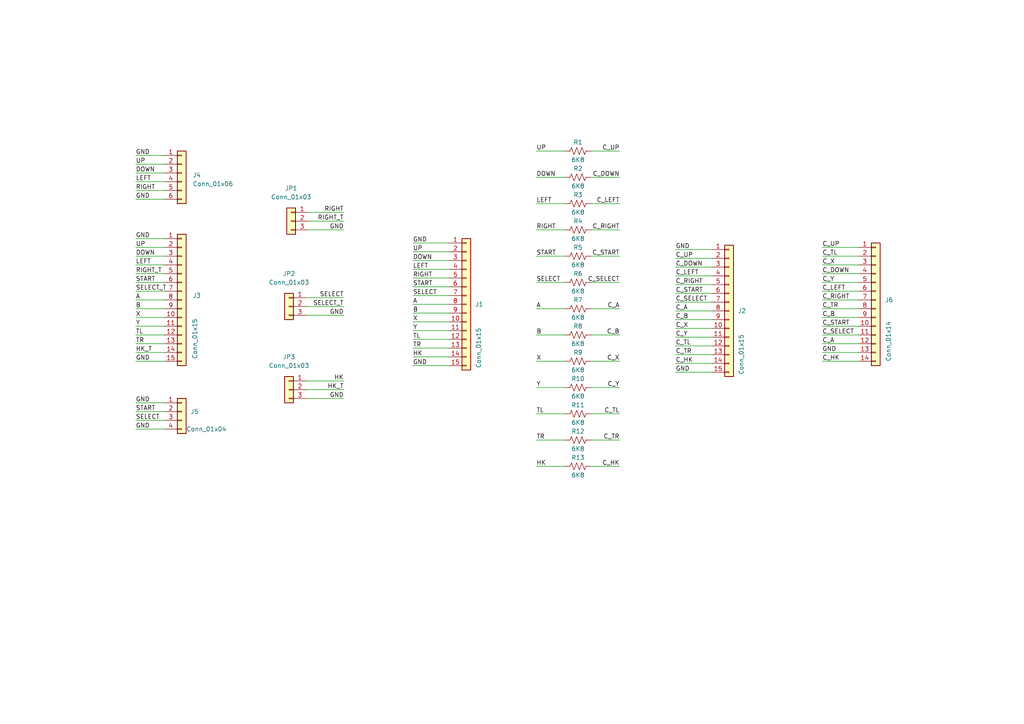
<source format=kicad_sch>
(kicad_sch (version 20230121) (generator eeschema)

  (uuid fa38296e-cdcc-4309-9d50-3ec5b62681ed)

  (paper "A4")

  (title_block
    (title "Raspberry Pie GPIO Input Module (Main Part)")
    (date "2023-04-02")
    (rev "2")
    (company "Amos Home")
  )

  (lib_symbols
    (symbol "Connector_Generic:Conn_01x03" (pin_names (offset 1.016) hide) (in_bom yes) (on_board yes)
      (property "Reference" "J" (at 0 5.08 0)
        (effects (font (size 1.27 1.27)))
      )
      (property "Value" "Conn_01x03" (at 0 -5.08 0)
        (effects (font (size 1.27 1.27)))
      )
      (property "Footprint" "" (at 0 0 0)
        (effects (font (size 1.27 1.27)) hide)
      )
      (property "Datasheet" "~" (at 0 0 0)
        (effects (font (size 1.27 1.27)) hide)
      )
      (property "ki_keywords" "connector" (at 0 0 0)
        (effects (font (size 1.27 1.27)) hide)
      )
      (property "ki_description" "Generic connector, single row, 01x03, script generated (kicad-library-utils/schlib/autogen/connector/)" (at 0 0 0)
        (effects (font (size 1.27 1.27)) hide)
      )
      (property "ki_fp_filters" "Connector*:*_1x??_*" (at 0 0 0)
        (effects (font (size 1.27 1.27)) hide)
      )
      (symbol "Conn_01x03_1_1"
        (rectangle (start -1.27 -2.413) (end 0 -2.667)
          (stroke (width 0.1524) (type default))
          (fill (type none))
        )
        (rectangle (start -1.27 0.127) (end 0 -0.127)
          (stroke (width 0.1524) (type default))
          (fill (type none))
        )
        (rectangle (start -1.27 2.667) (end 0 2.413)
          (stroke (width 0.1524) (type default))
          (fill (type none))
        )
        (rectangle (start -1.27 3.81) (end 1.27 -3.81)
          (stroke (width 0.254) (type default))
          (fill (type background))
        )
        (pin passive line (at -5.08 2.54 0) (length 3.81)
          (name "Pin_1" (effects (font (size 1.27 1.27))))
          (number "1" (effects (font (size 1.27 1.27))))
        )
        (pin passive line (at -5.08 0 0) (length 3.81)
          (name "Pin_2" (effects (font (size 1.27 1.27))))
          (number "2" (effects (font (size 1.27 1.27))))
        )
        (pin passive line (at -5.08 -2.54 0) (length 3.81)
          (name "Pin_3" (effects (font (size 1.27 1.27))))
          (number "3" (effects (font (size 1.27 1.27))))
        )
      )
    )
    (symbol "Connector_Generic:Conn_01x04" (pin_names (offset 1.016) hide) (in_bom yes) (on_board yes)
      (property "Reference" "J" (at 0 5.08 0)
        (effects (font (size 1.27 1.27)))
      )
      (property "Value" "Conn_01x04" (at 0 -7.62 0)
        (effects (font (size 1.27 1.27)))
      )
      (property "Footprint" "" (at 0 0 0)
        (effects (font (size 1.27 1.27)) hide)
      )
      (property "Datasheet" "~" (at 0 0 0)
        (effects (font (size 1.27 1.27)) hide)
      )
      (property "ki_keywords" "connector" (at 0 0 0)
        (effects (font (size 1.27 1.27)) hide)
      )
      (property "ki_description" "Generic connector, single row, 01x04, script generated (kicad-library-utils/schlib/autogen/connector/)" (at 0 0 0)
        (effects (font (size 1.27 1.27)) hide)
      )
      (property "ki_fp_filters" "Connector*:*_1x??_*" (at 0 0 0)
        (effects (font (size 1.27 1.27)) hide)
      )
      (symbol "Conn_01x04_1_1"
        (rectangle (start -1.27 -4.953) (end 0 -5.207)
          (stroke (width 0.1524) (type default))
          (fill (type none))
        )
        (rectangle (start -1.27 -2.413) (end 0 -2.667)
          (stroke (width 0.1524) (type default))
          (fill (type none))
        )
        (rectangle (start -1.27 0.127) (end 0 -0.127)
          (stroke (width 0.1524) (type default))
          (fill (type none))
        )
        (rectangle (start -1.27 2.667) (end 0 2.413)
          (stroke (width 0.1524) (type default))
          (fill (type none))
        )
        (rectangle (start -1.27 3.81) (end 1.27 -6.35)
          (stroke (width 0.254) (type default))
          (fill (type background))
        )
        (pin passive line (at -5.08 2.54 0) (length 3.81)
          (name "Pin_1" (effects (font (size 1.27 1.27))))
          (number "1" (effects (font (size 1.27 1.27))))
        )
        (pin passive line (at -5.08 0 0) (length 3.81)
          (name "Pin_2" (effects (font (size 1.27 1.27))))
          (number "2" (effects (font (size 1.27 1.27))))
        )
        (pin passive line (at -5.08 -2.54 0) (length 3.81)
          (name "Pin_3" (effects (font (size 1.27 1.27))))
          (number "3" (effects (font (size 1.27 1.27))))
        )
        (pin passive line (at -5.08 -5.08 0) (length 3.81)
          (name "Pin_4" (effects (font (size 1.27 1.27))))
          (number "4" (effects (font (size 1.27 1.27))))
        )
      )
    )
    (symbol "Connector_Generic:Conn_01x06" (pin_names (offset 1.016) hide) (in_bom yes) (on_board yes)
      (property "Reference" "J" (at 0 7.62 0)
        (effects (font (size 1.27 1.27)))
      )
      (property "Value" "Conn_01x06" (at 0 -10.16 0)
        (effects (font (size 1.27 1.27)))
      )
      (property "Footprint" "" (at 0 0 0)
        (effects (font (size 1.27 1.27)) hide)
      )
      (property "Datasheet" "~" (at 0 0 0)
        (effects (font (size 1.27 1.27)) hide)
      )
      (property "ki_keywords" "connector" (at 0 0 0)
        (effects (font (size 1.27 1.27)) hide)
      )
      (property "ki_description" "Generic connector, single row, 01x06, script generated (kicad-library-utils/schlib/autogen/connector/)" (at 0 0 0)
        (effects (font (size 1.27 1.27)) hide)
      )
      (property "ki_fp_filters" "Connector*:*_1x??_*" (at 0 0 0)
        (effects (font (size 1.27 1.27)) hide)
      )
      (symbol "Conn_01x06_1_1"
        (rectangle (start -1.27 -7.493) (end 0 -7.747)
          (stroke (width 0.1524) (type default))
          (fill (type none))
        )
        (rectangle (start -1.27 -4.953) (end 0 -5.207)
          (stroke (width 0.1524) (type default))
          (fill (type none))
        )
        (rectangle (start -1.27 -2.413) (end 0 -2.667)
          (stroke (width 0.1524) (type default))
          (fill (type none))
        )
        (rectangle (start -1.27 0.127) (end 0 -0.127)
          (stroke (width 0.1524) (type default))
          (fill (type none))
        )
        (rectangle (start -1.27 2.667) (end 0 2.413)
          (stroke (width 0.1524) (type default))
          (fill (type none))
        )
        (rectangle (start -1.27 5.207) (end 0 4.953)
          (stroke (width 0.1524) (type default))
          (fill (type none))
        )
        (rectangle (start -1.27 6.35) (end 1.27 -8.89)
          (stroke (width 0.254) (type default))
          (fill (type background))
        )
        (pin passive line (at -5.08 5.08 0) (length 3.81)
          (name "Pin_1" (effects (font (size 1.27 1.27))))
          (number "1" (effects (font (size 1.27 1.27))))
        )
        (pin passive line (at -5.08 2.54 0) (length 3.81)
          (name "Pin_2" (effects (font (size 1.27 1.27))))
          (number "2" (effects (font (size 1.27 1.27))))
        )
        (pin passive line (at -5.08 0 0) (length 3.81)
          (name "Pin_3" (effects (font (size 1.27 1.27))))
          (number "3" (effects (font (size 1.27 1.27))))
        )
        (pin passive line (at -5.08 -2.54 0) (length 3.81)
          (name "Pin_4" (effects (font (size 1.27 1.27))))
          (number "4" (effects (font (size 1.27 1.27))))
        )
        (pin passive line (at -5.08 -5.08 0) (length 3.81)
          (name "Pin_5" (effects (font (size 1.27 1.27))))
          (number "5" (effects (font (size 1.27 1.27))))
        )
        (pin passive line (at -5.08 -7.62 0) (length 3.81)
          (name "Pin_6" (effects (font (size 1.27 1.27))))
          (number "6" (effects (font (size 1.27 1.27))))
        )
      )
    )
    (symbol "Connector_Generic:Conn_01x14" (pin_names (offset 1.016) hide) (in_bom yes) (on_board yes)
      (property "Reference" "J" (at 0 17.78 0)
        (effects (font (size 1.27 1.27)))
      )
      (property "Value" "Conn_01x14" (at 0 -20.32 0)
        (effects (font (size 1.27 1.27)))
      )
      (property "Footprint" "" (at 0 0 0)
        (effects (font (size 1.27 1.27)) hide)
      )
      (property "Datasheet" "~" (at 0 0 0)
        (effects (font (size 1.27 1.27)) hide)
      )
      (property "ki_keywords" "connector" (at 0 0 0)
        (effects (font (size 1.27 1.27)) hide)
      )
      (property "ki_description" "Generic connector, single row, 01x14, script generated (kicad-library-utils/schlib/autogen/connector/)" (at 0 0 0)
        (effects (font (size 1.27 1.27)) hide)
      )
      (property "ki_fp_filters" "Connector*:*_1x??_*" (at 0 0 0)
        (effects (font (size 1.27 1.27)) hide)
      )
      (symbol "Conn_01x14_1_1"
        (rectangle (start -1.27 -17.653) (end 0 -17.907)
          (stroke (width 0.1524) (type default))
          (fill (type none))
        )
        (rectangle (start -1.27 -15.113) (end 0 -15.367)
          (stroke (width 0.1524) (type default))
          (fill (type none))
        )
        (rectangle (start -1.27 -12.573) (end 0 -12.827)
          (stroke (width 0.1524) (type default))
          (fill (type none))
        )
        (rectangle (start -1.27 -10.033) (end 0 -10.287)
          (stroke (width 0.1524) (type default))
          (fill (type none))
        )
        (rectangle (start -1.27 -7.493) (end 0 -7.747)
          (stroke (width 0.1524) (type default))
          (fill (type none))
        )
        (rectangle (start -1.27 -4.953) (end 0 -5.207)
          (stroke (width 0.1524) (type default))
          (fill (type none))
        )
        (rectangle (start -1.27 -2.413) (end 0 -2.667)
          (stroke (width 0.1524) (type default))
          (fill (type none))
        )
        (rectangle (start -1.27 0.127) (end 0 -0.127)
          (stroke (width 0.1524) (type default))
          (fill (type none))
        )
        (rectangle (start -1.27 2.667) (end 0 2.413)
          (stroke (width 0.1524) (type default))
          (fill (type none))
        )
        (rectangle (start -1.27 5.207) (end 0 4.953)
          (stroke (width 0.1524) (type default))
          (fill (type none))
        )
        (rectangle (start -1.27 7.747) (end 0 7.493)
          (stroke (width 0.1524) (type default))
          (fill (type none))
        )
        (rectangle (start -1.27 10.287) (end 0 10.033)
          (stroke (width 0.1524) (type default))
          (fill (type none))
        )
        (rectangle (start -1.27 12.827) (end 0 12.573)
          (stroke (width 0.1524) (type default))
          (fill (type none))
        )
        (rectangle (start -1.27 15.367) (end 0 15.113)
          (stroke (width 0.1524) (type default))
          (fill (type none))
        )
        (rectangle (start -1.27 16.51) (end 1.27 -19.05)
          (stroke (width 0.254) (type default))
          (fill (type background))
        )
        (pin passive line (at -5.08 15.24 0) (length 3.81)
          (name "Pin_1" (effects (font (size 1.27 1.27))))
          (number "1" (effects (font (size 1.27 1.27))))
        )
        (pin passive line (at -5.08 -7.62 0) (length 3.81)
          (name "Pin_10" (effects (font (size 1.27 1.27))))
          (number "10" (effects (font (size 1.27 1.27))))
        )
        (pin passive line (at -5.08 -10.16 0) (length 3.81)
          (name "Pin_11" (effects (font (size 1.27 1.27))))
          (number "11" (effects (font (size 1.27 1.27))))
        )
        (pin passive line (at -5.08 -12.7 0) (length 3.81)
          (name "Pin_12" (effects (font (size 1.27 1.27))))
          (number "12" (effects (font (size 1.27 1.27))))
        )
        (pin passive line (at -5.08 -15.24 0) (length 3.81)
          (name "Pin_13" (effects (font (size 1.27 1.27))))
          (number "13" (effects (font (size 1.27 1.27))))
        )
        (pin passive line (at -5.08 -17.78 0) (length 3.81)
          (name "Pin_14" (effects (font (size 1.27 1.27))))
          (number "14" (effects (font (size 1.27 1.27))))
        )
        (pin passive line (at -5.08 12.7 0) (length 3.81)
          (name "Pin_2" (effects (font (size 1.27 1.27))))
          (number "2" (effects (font (size 1.27 1.27))))
        )
        (pin passive line (at -5.08 10.16 0) (length 3.81)
          (name "Pin_3" (effects (font (size 1.27 1.27))))
          (number "3" (effects (font (size 1.27 1.27))))
        )
        (pin passive line (at -5.08 7.62 0) (length 3.81)
          (name "Pin_4" (effects (font (size 1.27 1.27))))
          (number "4" (effects (font (size 1.27 1.27))))
        )
        (pin passive line (at -5.08 5.08 0) (length 3.81)
          (name "Pin_5" (effects (font (size 1.27 1.27))))
          (number "5" (effects (font (size 1.27 1.27))))
        )
        (pin passive line (at -5.08 2.54 0) (length 3.81)
          (name "Pin_6" (effects (font (size 1.27 1.27))))
          (number "6" (effects (font (size 1.27 1.27))))
        )
        (pin passive line (at -5.08 0 0) (length 3.81)
          (name "Pin_7" (effects (font (size 1.27 1.27))))
          (number "7" (effects (font (size 1.27 1.27))))
        )
        (pin passive line (at -5.08 -2.54 0) (length 3.81)
          (name "Pin_8" (effects (font (size 1.27 1.27))))
          (number "8" (effects (font (size 1.27 1.27))))
        )
        (pin passive line (at -5.08 -5.08 0) (length 3.81)
          (name "Pin_9" (effects (font (size 1.27 1.27))))
          (number "9" (effects (font (size 1.27 1.27))))
        )
      )
    )
    (symbol "Connector_Generic:Conn_01x15" (pin_names (offset 1.016) hide) (in_bom yes) (on_board yes)
      (property "Reference" "J" (at 0 20.32 0)
        (effects (font (size 1.27 1.27)))
      )
      (property "Value" "Conn_01x15" (at 0 -20.32 0)
        (effects (font (size 1.27 1.27)))
      )
      (property "Footprint" "" (at 0 0 0)
        (effects (font (size 1.27 1.27)) hide)
      )
      (property "Datasheet" "~" (at 0 0 0)
        (effects (font (size 1.27 1.27)) hide)
      )
      (property "ki_keywords" "connector" (at 0 0 0)
        (effects (font (size 1.27 1.27)) hide)
      )
      (property "ki_description" "Generic connector, single row, 01x15, script generated (kicad-library-utils/schlib/autogen/connector/)" (at 0 0 0)
        (effects (font (size 1.27 1.27)) hide)
      )
      (property "ki_fp_filters" "Connector*:*_1x??_*" (at 0 0 0)
        (effects (font (size 1.27 1.27)) hide)
      )
      (symbol "Conn_01x15_1_1"
        (rectangle (start -1.27 -17.653) (end 0 -17.907)
          (stroke (width 0.1524) (type default))
          (fill (type none))
        )
        (rectangle (start -1.27 -15.113) (end 0 -15.367)
          (stroke (width 0.1524) (type default))
          (fill (type none))
        )
        (rectangle (start -1.27 -12.573) (end 0 -12.827)
          (stroke (width 0.1524) (type default))
          (fill (type none))
        )
        (rectangle (start -1.27 -10.033) (end 0 -10.287)
          (stroke (width 0.1524) (type default))
          (fill (type none))
        )
        (rectangle (start -1.27 -7.493) (end 0 -7.747)
          (stroke (width 0.1524) (type default))
          (fill (type none))
        )
        (rectangle (start -1.27 -4.953) (end 0 -5.207)
          (stroke (width 0.1524) (type default))
          (fill (type none))
        )
        (rectangle (start -1.27 -2.413) (end 0 -2.667)
          (stroke (width 0.1524) (type default))
          (fill (type none))
        )
        (rectangle (start -1.27 0.127) (end 0 -0.127)
          (stroke (width 0.1524) (type default))
          (fill (type none))
        )
        (rectangle (start -1.27 2.667) (end 0 2.413)
          (stroke (width 0.1524) (type default))
          (fill (type none))
        )
        (rectangle (start -1.27 5.207) (end 0 4.953)
          (stroke (width 0.1524) (type default))
          (fill (type none))
        )
        (rectangle (start -1.27 7.747) (end 0 7.493)
          (stroke (width 0.1524) (type default))
          (fill (type none))
        )
        (rectangle (start -1.27 10.287) (end 0 10.033)
          (stroke (width 0.1524) (type default))
          (fill (type none))
        )
        (rectangle (start -1.27 12.827) (end 0 12.573)
          (stroke (width 0.1524) (type default))
          (fill (type none))
        )
        (rectangle (start -1.27 15.367) (end 0 15.113)
          (stroke (width 0.1524) (type default))
          (fill (type none))
        )
        (rectangle (start -1.27 17.907) (end 0 17.653)
          (stroke (width 0.1524) (type default))
          (fill (type none))
        )
        (rectangle (start -1.27 19.05) (end 1.27 -19.05)
          (stroke (width 0.254) (type default))
          (fill (type background))
        )
        (pin passive line (at -5.08 17.78 0) (length 3.81)
          (name "Pin_1" (effects (font (size 1.27 1.27))))
          (number "1" (effects (font (size 1.27 1.27))))
        )
        (pin passive line (at -5.08 -5.08 0) (length 3.81)
          (name "Pin_10" (effects (font (size 1.27 1.27))))
          (number "10" (effects (font (size 1.27 1.27))))
        )
        (pin passive line (at -5.08 -7.62 0) (length 3.81)
          (name "Pin_11" (effects (font (size 1.27 1.27))))
          (number "11" (effects (font (size 1.27 1.27))))
        )
        (pin passive line (at -5.08 -10.16 0) (length 3.81)
          (name "Pin_12" (effects (font (size 1.27 1.27))))
          (number "12" (effects (font (size 1.27 1.27))))
        )
        (pin passive line (at -5.08 -12.7 0) (length 3.81)
          (name "Pin_13" (effects (font (size 1.27 1.27))))
          (number "13" (effects (font (size 1.27 1.27))))
        )
        (pin passive line (at -5.08 -15.24 0) (length 3.81)
          (name "Pin_14" (effects (font (size 1.27 1.27))))
          (number "14" (effects (font (size 1.27 1.27))))
        )
        (pin passive line (at -5.08 -17.78 0) (length 3.81)
          (name "Pin_15" (effects (font (size 1.27 1.27))))
          (number "15" (effects (font (size 1.27 1.27))))
        )
        (pin passive line (at -5.08 15.24 0) (length 3.81)
          (name "Pin_2" (effects (font (size 1.27 1.27))))
          (number "2" (effects (font (size 1.27 1.27))))
        )
        (pin passive line (at -5.08 12.7 0) (length 3.81)
          (name "Pin_3" (effects (font (size 1.27 1.27))))
          (number "3" (effects (font (size 1.27 1.27))))
        )
        (pin passive line (at -5.08 10.16 0) (length 3.81)
          (name "Pin_4" (effects (font (size 1.27 1.27))))
          (number "4" (effects (font (size 1.27 1.27))))
        )
        (pin passive line (at -5.08 7.62 0) (length 3.81)
          (name "Pin_5" (effects (font (size 1.27 1.27))))
          (number "5" (effects (font (size 1.27 1.27))))
        )
        (pin passive line (at -5.08 5.08 0) (length 3.81)
          (name "Pin_6" (effects (font (size 1.27 1.27))))
          (number "6" (effects (font (size 1.27 1.27))))
        )
        (pin passive line (at -5.08 2.54 0) (length 3.81)
          (name "Pin_7" (effects (font (size 1.27 1.27))))
          (number "7" (effects (font (size 1.27 1.27))))
        )
        (pin passive line (at -5.08 0 0) (length 3.81)
          (name "Pin_8" (effects (font (size 1.27 1.27))))
          (number "8" (effects (font (size 1.27 1.27))))
        )
        (pin passive line (at -5.08 -2.54 0) (length 3.81)
          (name "Pin_9" (effects (font (size 1.27 1.27))))
          (number "9" (effects (font (size 1.27 1.27))))
        )
      )
    )
    (symbol "Device:R_US" (pin_numbers hide) (pin_names (offset 0)) (in_bom yes) (on_board yes)
      (property "Reference" "R" (at 2.54 0 90)
        (effects (font (size 1.27 1.27)))
      )
      (property "Value" "R_US" (at -2.54 0 90)
        (effects (font (size 1.27 1.27)))
      )
      (property "Footprint" "" (at 1.016 -0.254 90)
        (effects (font (size 1.27 1.27)) hide)
      )
      (property "Datasheet" "~" (at 0 0 0)
        (effects (font (size 1.27 1.27)) hide)
      )
      (property "ki_keywords" "R res resistor" (at 0 0 0)
        (effects (font (size 1.27 1.27)) hide)
      )
      (property "ki_description" "Resistor, US symbol" (at 0 0 0)
        (effects (font (size 1.27 1.27)) hide)
      )
      (property "ki_fp_filters" "R_*" (at 0 0 0)
        (effects (font (size 1.27 1.27)) hide)
      )
      (symbol "R_US_0_1"
        (polyline
          (pts
            (xy 0 -2.286)
            (xy 0 -2.54)
          )
          (stroke (width 0) (type default))
          (fill (type none))
        )
        (polyline
          (pts
            (xy 0 2.286)
            (xy 0 2.54)
          )
          (stroke (width 0) (type default))
          (fill (type none))
        )
        (polyline
          (pts
            (xy 0 -0.762)
            (xy 1.016 -1.143)
            (xy 0 -1.524)
            (xy -1.016 -1.905)
            (xy 0 -2.286)
          )
          (stroke (width 0) (type default))
          (fill (type none))
        )
        (polyline
          (pts
            (xy 0 0.762)
            (xy 1.016 0.381)
            (xy 0 0)
            (xy -1.016 -0.381)
            (xy 0 -0.762)
          )
          (stroke (width 0) (type default))
          (fill (type none))
        )
        (polyline
          (pts
            (xy 0 2.286)
            (xy 1.016 1.905)
            (xy 0 1.524)
            (xy -1.016 1.143)
            (xy 0 0.762)
          )
          (stroke (width 0) (type default))
          (fill (type none))
        )
      )
      (symbol "R_US_1_1"
        (pin passive line (at 0 3.81 270) (length 1.27)
          (name "~" (effects (font (size 1.27 1.27))))
          (number "1" (effects (font (size 1.27 1.27))))
        )
        (pin passive line (at 0 -3.81 90) (length 1.27)
          (name "~" (effects (font (size 1.27 1.27))))
          (number "2" (effects (font (size 1.27 1.27))))
        )
      )
    )
  )


  (wire (pts (xy 195.961 87.63) (xy 206.375 87.63))
    (stroke (width 0) (type default))
    (uuid 0450c6b7-fecc-4f1c-9382-431b847e4f6f)
  )
  (wire (pts (xy 155.575 43.815) (xy 163.83 43.815))
    (stroke (width 0) (type default))
    (uuid 0508b6ff-ef1d-431f-a579-873bdd9c0a1b)
  )
  (wire (pts (xy 119.761 98.425) (xy 130.175 98.425))
    (stroke (width 0) (type default))
    (uuid 05428b69-fb22-4b70-85ef-e49836072b04)
  )
  (wire (pts (xy 39.37 71.755) (xy 47.625 71.755))
    (stroke (width 0) (type default))
    (uuid 06613a6c-6705-4314-b59b-d19bdfb2a46d)
  )
  (wire (pts (xy 39.37 89.535) (xy 47.625 89.535))
    (stroke (width 0) (type default))
    (uuid 07e6cd6f-96da-4501-96d2-01cfb2e85e6c)
  )
  (wire (pts (xy 119.761 93.345) (xy 130.175 93.345))
    (stroke (width 0) (type default))
    (uuid 08275de6-4899-4a3c-85fe-59df257b9628)
  )
  (wire (pts (xy 39.37 79.375) (xy 47.625 79.375))
    (stroke (width 0) (type default))
    (uuid 08bb142c-aebf-4ccf-bee6-fa1785693ee8)
  )
  (wire (pts (xy 39.37 119.38) (xy 47.625 119.38))
    (stroke (width 0) (type default))
    (uuid 09ce73d1-fc24-4b41-b9e2-a9b15c4a09d3)
  )
  (wire (pts (xy 39.37 57.785) (xy 47.625 57.785))
    (stroke (width 0) (type default))
    (uuid 0db4286a-8b85-4ea3-aef7-61b692ff9d16)
  )
  (wire (pts (xy 88.9 113.03) (xy 99.695 113.03))
    (stroke (width 0) (type default))
    (uuid 0e1a9a04-1418-4d42-abe4-ae10a28fa9b3)
  )
  (wire (pts (xy 238.506 74.295) (xy 248.92 74.295))
    (stroke (width 0) (type default))
    (uuid 0eaa667c-61ee-4a6f-a658-f1f839389f99)
  )
  (wire (pts (xy 155.575 59.055) (xy 163.83 59.055))
    (stroke (width 0) (type default))
    (uuid 0f0efdcd-f63c-4633-8e10-42a3437ffb64)
  )
  (wire (pts (xy 39.37 99.695) (xy 47.625 99.695))
    (stroke (width 0) (type default))
    (uuid 12e5ec49-0ca1-4dfd-aa00-d53904c6f7f2)
  )
  (wire (pts (xy 39.37 121.92) (xy 47.625 121.92))
    (stroke (width 0) (type default))
    (uuid 131ad4ff-001d-48d4-bb75-d85768f90019)
  )
  (wire (pts (xy 39.37 81.915) (xy 47.625 81.915))
    (stroke (width 0) (type default))
    (uuid 13d59f0f-6350-4bd0-aa81-a3c8e6d57f94)
  )
  (wire (pts (xy 119.761 70.485) (xy 130.175 70.485))
    (stroke (width 0) (type default))
    (uuid 1a379695-57ed-44ee-8c60-faae6ce7cfcb)
  )
  (wire (pts (xy 155.575 51.435) (xy 163.83 51.435))
    (stroke (width 0) (type default))
    (uuid 1a59bcde-cf17-4379-ac2e-5a1d24237436)
  )
  (wire (pts (xy 155.575 120.015) (xy 163.83 120.015))
    (stroke (width 0) (type default))
    (uuid 1fb1f743-d3c9-4d11-b4e5-7d40e31f6fe0)
  )
  (wire (pts (xy 119.761 83.185) (xy 130.175 83.185))
    (stroke (width 0) (type default))
    (uuid 278c3db7-670d-4727-97fd-6e7cb4c34dfa)
  )
  (wire (pts (xy 195.961 74.93) (xy 206.375 74.93))
    (stroke (width 0) (type default))
    (uuid 2819fb4e-2b96-4289-8be0-7907ed8ada3a)
  )
  (wire (pts (xy 89.535 66.675) (xy 99.695 66.675))
    (stroke (width 0) (type default))
    (uuid 2e378067-3ac2-4de7-b4c2-6c046e4057b8)
  )
  (wire (pts (xy 179.705 135.255) (xy 171.45 135.255))
    (stroke (width 0) (type default))
    (uuid 2f7a1c31-5143-4eb6-9b9c-dbfa064ca132)
  )
  (wire (pts (xy 119.761 85.725) (xy 130.175 85.725))
    (stroke (width 0) (type default))
    (uuid 38fada67-c1c5-46f6-995e-a44312287b55)
  )
  (wire (pts (xy 195.961 77.47) (xy 206.375 77.47))
    (stroke (width 0) (type default))
    (uuid 3f061470-921a-4706-9771-02c2b3c17504)
  )
  (wire (pts (xy 39.37 92.075) (xy 47.625 92.075))
    (stroke (width 0) (type default))
    (uuid 43b59715-0937-4653-bfd2-700979026d97)
  )
  (wire (pts (xy 119.761 75.565) (xy 130.175 75.565))
    (stroke (width 0) (type default))
    (uuid 44d9aad2-7ebe-458f-a6e2-60afaf4a7b84)
  )
  (wire (pts (xy 238.506 71.755) (xy 248.92 71.755))
    (stroke (width 0) (type default))
    (uuid 452fa29b-6e0f-4029-8bb2-e95eecdc71e5)
  )
  (wire (pts (xy 179.705 112.395) (xy 171.45 112.395))
    (stroke (width 0) (type default))
    (uuid 47cc60ee-24db-4a22-a74b-bd50e76a13a8)
  )
  (wire (pts (xy 195.961 90.17) (xy 206.375 90.17))
    (stroke (width 0) (type default))
    (uuid 4874b5af-d9e0-4bdc-8ef4-de210069f78a)
  )
  (wire (pts (xy 99.695 115.57) (xy 88.9 115.57))
    (stroke (width 0) (type default))
    (uuid 48c360b8-2485-4df0-8768-0ff85af16b9b)
  )
  (wire (pts (xy 179.705 104.775) (xy 171.45 104.775))
    (stroke (width 0) (type default))
    (uuid 53b4a4ad-1c17-48d6-9901-b573f96e11ec)
  )
  (wire (pts (xy 155.575 104.775) (xy 163.83 104.775))
    (stroke (width 0) (type default))
    (uuid 54b6ce6b-f2b5-47a8-81ed-b78e67e41dbe)
  )
  (wire (pts (xy 238.506 84.455) (xy 248.92 84.455))
    (stroke (width 0) (type default))
    (uuid 5ecb910d-fc5f-4e16-a3a2-983f7e481779)
  )
  (wire (pts (xy 88.9 88.9) (xy 99.695 88.9))
    (stroke (width 0) (type default))
    (uuid 60acc866-c3bd-4736-a265-786eeadb50ae)
  )
  (wire (pts (xy 238.506 99.695) (xy 248.92 99.695))
    (stroke (width 0) (type default))
    (uuid 614e6c55-46ad-4e49-92ce-8840b80e4bad)
  )
  (wire (pts (xy 238.506 89.535) (xy 248.92 89.535))
    (stroke (width 0) (type default))
    (uuid 61c60b7f-62c5-4190-b5dc-827b9cc11e32)
  )
  (wire (pts (xy 119.761 95.885) (xy 130.175 95.885))
    (stroke (width 0) (type default))
    (uuid 66f47cff-6e48-4551-b815-77d5cf754531)
  )
  (wire (pts (xy 39.37 50.165) (xy 47.625 50.165))
    (stroke (width 0) (type default))
    (uuid 67b9616e-a260-4b39-a034-b80d45c98219)
  )
  (wire (pts (xy 179.705 120.015) (xy 171.45 120.015))
    (stroke (width 0) (type default))
    (uuid 68773fcd-1685-4259-b708-b36bc043cf64)
  )
  (wire (pts (xy 238.506 86.995) (xy 248.92 86.995))
    (stroke (width 0) (type default))
    (uuid 6b6cf4c8-f467-4936-a8bf-4e9200df0ce5)
  )
  (wire (pts (xy 119.761 88.265) (xy 130.175 88.265))
    (stroke (width 0) (type default))
    (uuid 6d29921c-fe09-4d94-81f2-1fb9de0fa767)
  )
  (wire (pts (xy 238.506 81.915) (xy 248.92 81.915))
    (stroke (width 0) (type default))
    (uuid 6e6fe6a6-f244-411b-aa55-0e3d515f4503)
  )
  (wire (pts (xy 89.535 61.595) (xy 99.695 61.595))
    (stroke (width 0) (type default))
    (uuid 6f52a3a4-a844-4838-8b64-96bef7c51d48)
  )
  (wire (pts (xy 39.37 124.46) (xy 47.625 124.46))
    (stroke (width 0) (type default))
    (uuid 7198dd74-6561-41ff-86a3-d2faa103fe09)
  )
  (wire (pts (xy 195.961 85.09) (xy 206.375 85.09))
    (stroke (width 0) (type default))
    (uuid 773be4b0-2b35-49fb-b553-4985acdaa577)
  )
  (wire (pts (xy 89.535 64.135) (xy 99.695 64.135))
    (stroke (width 0) (type default))
    (uuid 77ffccd8-b747-48df-9f50-9b031373507f)
  )
  (wire (pts (xy 195.961 107.95) (xy 206.375 107.95))
    (stroke (width 0) (type default))
    (uuid 7847a927-1b16-49cc-8871-c1b27c61012e)
  )
  (wire (pts (xy 155.575 74.295) (xy 163.83 74.295))
    (stroke (width 0) (type default))
    (uuid 79c66aaf-ae30-4c6d-8bf8-31fdc8d0ebc9)
  )
  (wire (pts (xy 155.575 89.535) (xy 163.83 89.535))
    (stroke (width 0) (type default))
    (uuid 7ca3347c-05f3-4f07-8e62-a8fd21902fea)
  )
  (wire (pts (xy 119.761 90.805) (xy 130.175 90.805))
    (stroke (width 0) (type default))
    (uuid 8122875e-4caf-489f-a760-2270a115ee73)
  )
  (wire (pts (xy 238.506 92.075) (xy 248.92 92.075))
    (stroke (width 0) (type default))
    (uuid 84ed9ead-b098-4d89-9532-e779ef5e6473)
  )
  (wire (pts (xy 195.961 95.25) (xy 206.375 95.25))
    (stroke (width 0) (type default))
    (uuid 85c92e2f-bb66-4465-9a8b-42199a91a8b8)
  )
  (wire (pts (xy 119.761 78.105) (xy 130.175 78.105))
    (stroke (width 0) (type default))
    (uuid 86c031fa-cd08-4e6d-bd04-ebb0c95c0ab9)
  )
  (wire (pts (xy 119.761 73.025) (xy 130.175 73.025))
    (stroke (width 0) (type default))
    (uuid 8765be84-9a56-4e1e-9295-cc29056b0107)
  )
  (wire (pts (xy 39.37 86.995) (xy 47.625 86.995))
    (stroke (width 0) (type default))
    (uuid 8b278238-d094-4f1e-9424-4826239070f7)
  )
  (wire (pts (xy 238.506 97.155) (xy 248.92 97.155))
    (stroke (width 0) (type default))
    (uuid 8d2a496d-11ff-4088-9a9e-d75c94aed175)
  )
  (wire (pts (xy 179.705 74.295) (xy 171.45 74.295))
    (stroke (width 0) (type default))
    (uuid 9122b170-3822-49e9-b5f8-968b831ebc85)
  )
  (wire (pts (xy 179.705 51.435) (xy 171.45 51.435))
    (stroke (width 0) (type default))
    (uuid 91f67c2e-92b7-4770-8165-314a7f0ac4bd)
  )
  (wire (pts (xy 195.961 102.87) (xy 206.375 102.87))
    (stroke (width 0) (type default))
    (uuid 928aed34-d9f5-4da0-b6f0-9399e0e3cbae)
  )
  (wire (pts (xy 39.37 55.245) (xy 47.625 55.245))
    (stroke (width 0) (type default))
    (uuid 928ed28d-3de3-4824-9918-a5ad9060b79a)
  )
  (wire (pts (xy 195.961 97.79) (xy 206.375 97.79))
    (stroke (width 0) (type default))
    (uuid 935089b2-10e3-4c0f-bb47-5c5f41f98b80)
  )
  (wire (pts (xy 119.761 106.045) (xy 130.175 106.045))
    (stroke (width 0) (type default))
    (uuid 9b02396d-d1d5-4856-acdd-04adaee25b4c)
  )
  (wire (pts (xy 119.761 103.505) (xy 130.175 103.505))
    (stroke (width 0) (type default))
    (uuid 9de80b07-6ef0-4261-b619-37cb558dbe1c)
  )
  (wire (pts (xy 179.705 127.635) (xy 171.45 127.635))
    (stroke (width 0) (type default))
    (uuid 9fe3c82a-c54a-445b-9a5c-c046bfaf8702)
  )
  (wire (pts (xy 238.506 79.375) (xy 248.92 79.375))
    (stroke (width 0) (type default))
    (uuid a42e4113-292a-41b9-b13d-f74705d2e6c7)
  )
  (wire (pts (xy 179.705 66.675) (xy 171.45 66.675))
    (stroke (width 0) (type default))
    (uuid a62137d1-57de-4aec-9192-2f3f64ffc831)
  )
  (wire (pts (xy 195.961 80.01) (xy 206.375 80.01))
    (stroke (width 0) (type default))
    (uuid ae9a8c7a-610a-48c1-94ce-942b6c544fcf)
  )
  (wire (pts (xy 179.705 43.815) (xy 171.45 43.815))
    (stroke (width 0) (type default))
    (uuid b32cd370-e642-45e3-9ff4-cf484f00b514)
  )
  (wire (pts (xy 39.37 97.155) (xy 47.625 97.155))
    (stroke (width 0) (type default))
    (uuid b45b4cc5-dc08-480d-99c1-ff36c32d0c2a)
  )
  (wire (pts (xy 39.37 116.84) (xy 47.625 116.84))
    (stroke (width 0) (type default))
    (uuid b47dd452-030c-466f-bb99-93c1c5742af3)
  )
  (wire (pts (xy 155.575 135.255) (xy 163.83 135.255))
    (stroke (width 0) (type default))
    (uuid b794bdd9-fd3b-4842-bf19-ca94dcb7590e)
  )
  (wire (pts (xy 179.705 81.915) (xy 171.45 81.915))
    (stroke (width 0) (type default))
    (uuid b89456fc-6062-46d8-aa7f-514542fc358a)
  )
  (wire (pts (xy 238.506 102.235) (xy 248.92 102.235))
    (stroke (width 0) (type default))
    (uuid b8a881db-827d-4d6b-8e38-a5f98a3460e1)
  )
  (wire (pts (xy 179.705 97.155) (xy 171.45 97.155))
    (stroke (width 0) (type default))
    (uuid baa8fa6f-20ab-48df-8ccd-0d6fbce628c6)
  )
  (wire (pts (xy 155.575 112.395) (xy 163.83 112.395))
    (stroke (width 0) (type default))
    (uuid bbeef51d-1a58-4ce4-9fa4-d93d0953eb28)
  )
  (wire (pts (xy 39.37 47.625) (xy 47.625 47.625))
    (stroke (width 0) (type default))
    (uuid bc2c6288-0cdf-4ca0-a6cf-f998d91ec20e)
  )
  (wire (pts (xy 88.9 91.44) (xy 99.695 91.44))
    (stroke (width 0) (type default))
    (uuid bca5650a-cd69-45b9-8c0b-8f8b5e93e10f)
  )
  (wire (pts (xy 179.705 59.055) (xy 171.45 59.055))
    (stroke (width 0) (type default))
    (uuid bcc7f492-d179-4dac-b755-c85b53c7cf3d)
  )
  (wire (pts (xy 155.575 66.675) (xy 163.83 66.675))
    (stroke (width 0) (type default))
    (uuid c13bd54e-588b-4964-86c9-e4a7e26f3e04)
  )
  (wire (pts (xy 195.961 72.39) (xy 206.375 72.39))
    (stroke (width 0) (type default))
    (uuid c2cae995-f9b8-4151-b4b6-c9d2da91aac6)
  )
  (wire (pts (xy 47.625 69.215) (xy 39.37 69.215))
    (stroke (width 0) (type default))
    (uuid c74842a3-8610-493b-96a1-849f5b8b2ae1)
  )
  (wire (pts (xy 39.37 45.085) (xy 47.625 45.085))
    (stroke (width 0) (type default))
    (uuid cd038337-9de4-4f85-bb77-3c4b7fdd82d3)
  )
  (wire (pts (xy 119.761 80.645) (xy 130.175 80.645))
    (stroke (width 0) (type default))
    (uuid cd1d35e2-bd7b-47a1-933d-872f37467d33)
  )
  (wire (pts (xy 238.506 104.775) (xy 248.92 104.775))
    (stroke (width 0) (type default))
    (uuid d251de87-49d4-4960-ac77-e8ae6c3a5467)
  )
  (wire (pts (xy 47.625 104.775) (xy 39.37 104.775))
    (stroke (width 0) (type default))
    (uuid d2986fd9-2909-4b5d-9c5e-0e5d7aca2fc7)
  )
  (wire (pts (xy 39.37 84.455) (xy 47.625 84.455))
    (stroke (width 0) (type default))
    (uuid d29ca490-5331-46bf-ba5b-9c5af5a10e78)
  )
  (wire (pts (xy 195.961 82.55) (xy 206.375 82.55))
    (stroke (width 0) (type default))
    (uuid d3bf23b1-4425-4f7b-a6d6-93725070dbd0)
  )
  (wire (pts (xy 195.961 100.33) (xy 206.375 100.33))
    (stroke (width 0) (type default))
    (uuid d3e6c83b-ad16-4375-8d2f-b46846a390ed)
  )
  (wire (pts (xy 238.506 76.835) (xy 248.92 76.835))
    (stroke (width 0) (type default))
    (uuid d4cc0ae8-fabd-4273-aafb-9a4c828243c7)
  )
  (wire (pts (xy 155.575 81.915) (xy 163.83 81.915))
    (stroke (width 0) (type default))
    (uuid d6ef1620-c88a-4494-ac93-252408051c9c)
  )
  (wire (pts (xy 39.37 74.295) (xy 47.625 74.295))
    (stroke (width 0) (type default))
    (uuid dbb0d10f-31ea-4840-9637-ff63afaaf9f0)
  )
  (wire (pts (xy 155.575 127.635) (xy 163.83 127.635))
    (stroke (width 0) (type default))
    (uuid df8cdffe-44b0-4cc5-8a57-efadff982bd9)
  )
  (wire (pts (xy 195.961 105.41) (xy 206.375 105.41))
    (stroke (width 0) (type default))
    (uuid e02360c6-5691-4f1a-82b3-0632395946e5)
  )
  (wire (pts (xy 39.37 76.835) (xy 47.625 76.835))
    (stroke (width 0) (type default))
    (uuid e26a482a-3af0-44c1-bb03-1ad952019b14)
  )
  (wire (pts (xy 195.961 92.71) (xy 206.375 92.71))
    (stroke (width 0) (type default))
    (uuid e9d97942-679d-4638-9d86-4cc70e439027)
  )
  (wire (pts (xy 39.37 94.615) (xy 47.625 94.615))
    (stroke (width 0) (type default))
    (uuid f112b9b2-b0a1-4a49-a770-beda659f8d61)
  )
  (wire (pts (xy 155.575 97.155) (xy 163.83 97.155))
    (stroke (width 0) (type default))
    (uuid f186189c-5199-45af-a7e4-2b2f0737c4d6)
  )
  (wire (pts (xy 238.506 94.615) (xy 248.92 94.615))
    (stroke (width 0) (type default))
    (uuid f2f3196b-e668-456d-ab4b-412644c0cbbb)
  )
  (wire (pts (xy 119.761 100.965) (xy 130.175 100.965))
    (stroke (width 0) (type default))
    (uuid f43d9c02-ed4b-4eb8-8876-a2cb31eccf72)
  )
  (wire (pts (xy 39.37 52.705) (xy 47.625 52.705))
    (stroke (width 0) (type default))
    (uuid f57f4c3a-94a7-40e3-88e8-658d69e98119)
  )
  (wire (pts (xy 88.9 110.49) (xy 99.695 110.49))
    (stroke (width 0) (type default))
    (uuid fa858b7f-ef47-4317-bd4f-7495ff293401)
  )
  (wire (pts (xy 39.37 102.235) (xy 47.625 102.235))
    (stroke (width 0) (type default))
    (uuid fafec747-e33a-4e04-ba36-c6845b44099e)
  )
  (wire (pts (xy 179.705 89.535) (xy 171.45 89.535))
    (stroke (width 0) (type default))
    (uuid fe0be756-d79a-4feb-b532-ddacafe7e6df)
  )
  (wire (pts (xy 88.9 86.36) (xy 99.695 86.36))
    (stroke (width 0) (type default))
    (uuid fe235469-5067-4a1a-9e8d-0909e14acb3a)
  )

  (label "C_START" (at 195.961 85.09 0) (fields_autoplaced)
    (effects (font (size 1.27 1.27)) (justify left bottom))
    (uuid 0112e8b2-33c8-4c17-a9c9-b4b6087ca8ce)
  )
  (label "HK" (at 155.575 135.255 0) (fields_autoplaced)
    (effects (font (size 1.27 1.27)) (justify left bottom))
    (uuid 04e3161b-72b5-4e97-8fd8-b14b68a670c5)
  )
  (label "RIGHT_T" (at 99.695 64.135 180) (fields_autoplaced)
    (effects (font (size 1.27 1.27)) (justify right bottom))
    (uuid 0532f225-c998-43af-a78d-01c90a96e0ed)
  )
  (label "DOWN" (at 119.761 75.565 0) (fields_autoplaced)
    (effects (font (size 1.27 1.27)) (justify left bottom))
    (uuid 07ea15b0-f8fd-42a3-9eb5-c7eef627b4e0)
  )
  (label "C_X" (at 179.705 104.775 180) (fields_autoplaced)
    (effects (font (size 1.27 1.27)) (justify right bottom))
    (uuid 093def39-b1e5-4116-87e7-7adfa7519e86)
  )
  (label "Y" (at 39.37 94.615 0) (fields_autoplaced)
    (effects (font (size 1.27 1.27)) (justify left bottom))
    (uuid 0a53d9e4-5ea0-47b1-8c41-8d1333306356)
  )
  (label "C_DOWN" (at 238.506 79.375 0) (fields_autoplaced)
    (effects (font (size 1.27 1.27)) (justify left bottom))
    (uuid 0b20b77b-4228-4942-9c4d-810f73f88876)
  )
  (label "LEFT" (at 39.37 52.705 0) (fields_autoplaced)
    (effects (font (size 1.27 1.27)) (justify left bottom))
    (uuid 0fb2a051-561f-4243-b1a9-fa9ffd202aac)
  )
  (label "C_HK" (at 179.705 135.255 180) (fields_autoplaced)
    (effects (font (size 1.27 1.27)) (justify right bottom))
    (uuid 0fccd672-b34a-4502-ad8a-1991604a7d4e)
  )
  (label "C_UP" (at 179.705 43.815 180) (fields_autoplaced)
    (effects (font (size 1.27 1.27)) (justify right bottom))
    (uuid 13a28768-a22c-43af-b1e6-235de5d40af2)
  )
  (label "C_START" (at 238.506 94.615 0) (fields_autoplaced)
    (effects (font (size 1.27 1.27)) (justify left bottom))
    (uuid 1d68fbc1-d0bc-4410-978f-d4772f5dc5a7)
  )
  (label "B" (at 155.575 97.155 0) (fields_autoplaced)
    (effects (font (size 1.27 1.27)) (justify left bottom))
    (uuid 1f7d4ea7-e841-47e8-aa1f-d3710dcd642a)
  )
  (label "HK" (at 119.761 103.505 0) (fields_autoplaced)
    (effects (font (size 1.27 1.27)) (justify left bottom))
    (uuid 1f9d471e-7e60-4cf7-a2a0-63651c5aabd3)
  )
  (label "C_UP" (at 195.961 74.93 0) (fields_autoplaced)
    (effects (font (size 1.27 1.27)) (justify left bottom))
    (uuid 1fdda953-34de-4029-9228-5bd7f39516cc)
  )
  (label "C_B" (at 179.705 97.155 180) (fields_autoplaced)
    (effects (font (size 1.27 1.27)) (justify right bottom))
    (uuid 22bc20cd-be5b-454c-8871-645c0afa0ac2)
  )
  (label "GND" (at 99.695 91.44 180) (fields_autoplaced)
    (effects (font (size 1.27 1.27)) (justify right bottom))
    (uuid 26b370ef-1ee2-47bc-8260-742f4b0a20ef)
  )
  (label "GND" (at 39.37 57.785 0) (fields_autoplaced)
    (effects (font (size 1.27 1.27)) (justify left bottom))
    (uuid 287c752c-a628-4370-b361-ba1a37630980)
  )
  (label "GND" (at 39.37 69.215 0) (fields_autoplaced)
    (effects (font (size 1.27 1.27)) (justify left bottom))
    (uuid 2923d931-386e-4d0f-9ff2-ab90efdbbd0b)
  )
  (label "TL" (at 39.37 97.155 0) (fields_autoplaced)
    (effects (font (size 1.27 1.27)) (justify left bottom))
    (uuid 2ecd125a-e86d-499c-a36c-b09bcfd69240)
  )
  (label "START" (at 39.37 119.38 0) (fields_autoplaced)
    (effects (font (size 1.27 1.27)) (justify left bottom))
    (uuid 30ab30ef-53d8-4c66-8f94-a8ca711d4f74)
  )
  (label "LEFT" (at 155.575 59.055 0) (fields_autoplaced)
    (effects (font (size 1.27 1.27)) (justify left bottom))
    (uuid 32d59e24-9af9-4629-9141-cb976d121326)
  )
  (label "START" (at 39.37 81.915 0) (fields_autoplaced)
    (effects (font (size 1.27 1.27)) (justify left bottom))
    (uuid 336198b7-2cf3-4e02-b3c4-a81e13178f88)
  )
  (label "GND" (at 119.761 70.485 0) (fields_autoplaced)
    (effects (font (size 1.27 1.27)) (justify left bottom))
    (uuid 35209717-17a1-45c7-8503-ff3914f45fba)
  )
  (label "HK_T" (at 39.37 102.235 0) (fields_autoplaced)
    (effects (font (size 1.27 1.27)) (justify left bottom))
    (uuid 3c40e9f0-a1f8-4636-bd23-92014e52f10e)
  )
  (label "X" (at 119.761 93.345 0) (fields_autoplaced)
    (effects (font (size 1.27 1.27)) (justify left bottom))
    (uuid 3edc821a-6f82-4914-bb6a-cb347208043f)
  )
  (label "C_A" (at 238.506 99.695 0) (fields_autoplaced)
    (effects (font (size 1.27 1.27)) (justify left bottom))
    (uuid 469da6a2-706c-49a1-b324-a64ce986b8be)
  )
  (label "Y" (at 119.761 95.885 0) (fields_autoplaced)
    (effects (font (size 1.27 1.27)) (justify left bottom))
    (uuid 49145f85-b076-410a-9c77-eeba8263cd3e)
  )
  (label "C_LEFT" (at 195.961 80.01 0) (fields_autoplaced)
    (effects (font (size 1.27 1.27)) (justify left bottom))
    (uuid 4ba74db6-6bc2-457f-b072-2f6e75209a33)
  )
  (label "GND" (at 238.506 102.235 0) (fields_autoplaced)
    (effects (font (size 1.27 1.27)) (justify left bottom))
    (uuid 4d31218d-ed81-4142-ba29-b2036d8e80ae)
  )
  (label "TL" (at 155.575 120.015 0) (fields_autoplaced)
    (effects (font (size 1.27 1.27)) (justify left bottom))
    (uuid 4f7e283a-98c2-4e8e-a90e-a56fa688970e)
  )
  (label "Y" (at 155.575 112.395 0) (fields_autoplaced)
    (effects (font (size 1.27 1.27)) (justify left bottom))
    (uuid 512b3b38-9c76-416d-8138-944bb2e259aa)
  )
  (label "GND" (at 39.37 104.775 0) (fields_autoplaced)
    (effects (font (size 1.27 1.27)) (justify left bottom))
    (uuid 51f8dcce-72ed-4f60-ac68-ae1c43b9a6a0)
  )
  (label "SELECT_T" (at 39.37 84.455 0) (fields_autoplaced)
    (effects (font (size 1.27 1.27)) (justify left bottom))
    (uuid 522d6750-0df2-4f91-89bb-28923d0753bc)
  )
  (label "C_RIGHT" (at 179.705 66.675 180) (fields_autoplaced)
    (effects (font (size 1.27 1.27)) (justify right bottom))
    (uuid 5363dafb-bfe1-48c6-bcde-083460354519)
  )
  (label "GND" (at 195.961 107.95 0) (fields_autoplaced)
    (effects (font (size 1.27 1.27)) (justify left bottom))
    (uuid 55b3ee74-71a3-4c4c-8002-3db84cbbc7d7)
  )
  (label "GND" (at 195.961 72.39 0) (fields_autoplaced)
    (effects (font (size 1.27 1.27)) (justify left bottom))
    (uuid 59210638-a5cf-4ac3-b703-4b0b0828a651)
  )
  (label "C_SELECT" (at 238.506 97.155 0) (fields_autoplaced)
    (effects (font (size 1.27 1.27)) (justify left bottom))
    (uuid 5b4cc282-4a3f-41b8-af59-b32634b36a48)
  )
  (label "DOWN" (at 39.37 74.295 0) (fields_autoplaced)
    (effects (font (size 1.27 1.27)) (justify left bottom))
    (uuid 5e399f63-5bb2-42e4-9b15-a2caa74be745)
  )
  (label "C_DOWN" (at 195.961 77.47 0) (fields_autoplaced)
    (effects (font (size 1.27 1.27)) (justify left bottom))
    (uuid 5e977eaf-8987-4cb5-a787-5b9960f96146)
  )
  (label "C_X" (at 195.961 95.25 0) (fields_autoplaced)
    (effects (font (size 1.27 1.27)) (justify left bottom))
    (uuid 64763dde-b18f-411d-ae07-f2652426a6a7)
  )
  (label "RIGHT" (at 39.37 55.245 0) (fields_autoplaced)
    (effects (font (size 1.27 1.27)) (justify left bottom))
    (uuid 64c1d76e-3e64-4555-ac31-107ff85115e4)
  )
  (label "TR" (at 39.37 99.695 0) (fields_autoplaced)
    (effects (font (size 1.27 1.27)) (justify left bottom))
    (uuid 66f2906a-28e7-4ffa-a4d6-4d19d10c295d)
  )
  (label "RIGHT" (at 155.575 66.675 0) (fields_autoplaced)
    (effects (font (size 1.27 1.27)) (justify left bottom))
    (uuid 67cadbb6-e77f-430b-b1f2-51016b388ab9)
  )
  (label "SELECT" (at 119.761 85.725 0) (fields_autoplaced)
    (effects (font (size 1.27 1.27)) (justify left bottom))
    (uuid 6dfdfa2e-a5a3-44a2-86d8-9fb41f5c95e5)
  )
  (label "DOWN" (at 39.37 50.165 0) (fields_autoplaced)
    (effects (font (size 1.27 1.27)) (justify left bottom))
    (uuid 6ebf9f8c-5591-491b-9ef6-7aae30b3514d)
  )
  (label "X" (at 155.575 104.775 0) (fields_autoplaced)
    (effects (font (size 1.27 1.27)) (justify left bottom))
    (uuid 6f7d03c2-bb6d-405e-9c6b-7e8d9afc76e0)
  )
  (label "GND" (at 99.695 66.675 180) (fields_autoplaced)
    (effects (font (size 1.27 1.27)) (justify right bottom))
    (uuid 704deec9-0265-4b9a-9fd9-ddf21d42abbe)
  )
  (label "X" (at 39.37 92.075 0) (fields_autoplaced)
    (effects (font (size 1.27 1.27)) (justify left bottom))
    (uuid 75877a70-0117-4bd0-9afc-fe033083353c)
  )
  (label "GND" (at 39.37 45.085 0) (fields_autoplaced)
    (effects (font (size 1.27 1.27)) (justify left bottom))
    (uuid 77c49d6c-4290-47a6-afd9-89f042b09fef)
  )
  (label "SELECT" (at 155.575 81.915 0) (fields_autoplaced)
    (effects (font (size 1.27 1.27)) (justify left bottom))
    (uuid 7c65bbca-7934-4586-b6f0-869bcfd9a438)
  )
  (label "C_RIGHT" (at 238.506 86.995 0) (fields_autoplaced)
    (effects (font (size 1.27 1.27)) (justify left bottom))
    (uuid 7d1e878c-cd4d-41e9-93b7-fdbf3a9b28e1)
  )
  (label "C_TR" (at 195.961 102.87 0) (fields_autoplaced)
    (effects (font (size 1.27 1.27)) (justify left bottom))
    (uuid 7d94a206-b17e-43fe-82de-09fc95a7fa0a)
  )
  (label "UP" (at 39.37 47.625 0) (fields_autoplaced)
    (effects (font (size 1.27 1.27)) (justify left bottom))
    (uuid 8060524a-4e10-4b06-923c-5e1a2d2b60c0)
  )
  (label "GND" (at 39.37 124.46 0) (fields_autoplaced)
    (effects (font (size 1.27 1.27)) (justify left bottom))
    (uuid 81cdb31e-1cf2-45b5-bf51-e32c25aefa4c)
  )
  (label "RIGHT" (at 99.695 61.595 180) (fields_autoplaced)
    (effects (font (size 1.27 1.27)) (justify right bottom))
    (uuid 84eb751e-ff27-4999-8fe7-271ca8850d22)
  )
  (label "UP" (at 39.37 71.755 0) (fields_autoplaced)
    (effects (font (size 1.27 1.27)) (justify left bottom))
    (uuid 89abab0f-6afb-4b49-a43e-61e04df1ef56)
  )
  (label "C_B" (at 238.506 92.075 0) (fields_autoplaced)
    (effects (font (size 1.27 1.27)) (justify left bottom))
    (uuid 8f95aa71-2649-4c42-8349-b9bc4d6f4547)
  )
  (label "C_HK" (at 195.961 105.41 0) (fields_autoplaced)
    (effects (font (size 1.27 1.27)) (justify left bottom))
    (uuid 910405c7-a42f-4ea0-88b4-43ac57281481)
  )
  (label "C_Y" (at 179.705 112.395 180) (fields_autoplaced)
    (effects (font (size 1.27 1.27)) (justify right bottom))
    (uuid 93c0fdbe-f42d-4c02-a031-29b90d88de08)
  )
  (label "C_Y" (at 195.961 97.79 0) (fields_autoplaced)
    (effects (font (size 1.27 1.27)) (justify left bottom))
    (uuid 94323f01-e124-4eb3-97c0-36e222812731)
  )
  (label "RIGHT_T" (at 39.37 79.375 0) (fields_autoplaced)
    (effects (font (size 1.27 1.27)) (justify left bottom))
    (uuid 943a32c3-b8b3-408f-8941-1654b302270f)
  )
  (label "TL" (at 119.761 98.425 0) (fields_autoplaced)
    (effects (font (size 1.27 1.27)) (justify left bottom))
    (uuid 95d21cc2-48e0-46c0-b968-eb88b0c0c555)
  )
  (label "SELECT" (at 39.37 121.92 0) (fields_autoplaced)
    (effects (font (size 1.27 1.27)) (justify left bottom))
    (uuid 991bc06a-e34d-4d3e-8f4b-09ee31e8aea5)
  )
  (label "C_UP" (at 238.506 71.755 0) (fields_autoplaced)
    (effects (font (size 1.27 1.27)) (justify left bottom))
    (uuid 9ccb23ec-0b14-4253-a309-4699491c2e41)
  )
  (label "GND" (at 39.37 116.84 0) (fields_autoplaced)
    (effects (font (size 1.27 1.27)) (justify left bottom))
    (uuid 9ce21612-7000-4007-bccf-92a71f589ed6)
  )
  (label "C_A" (at 195.961 90.17 0) (fields_autoplaced)
    (effects (font (size 1.27 1.27)) (justify left bottom))
    (uuid 9e52bf3c-46ba-411e-a092-8009b95a087e)
  )
  (label "TR" (at 119.761 100.965 0) (fields_autoplaced)
    (effects (font (size 1.27 1.27)) (justify left bottom))
    (uuid a044b319-c219-4b6a-a886-f841338219b1)
  )
  (label "LEFT" (at 39.37 76.835 0) (fields_autoplaced)
    (effects (font (size 1.27 1.27)) (justify left bottom))
    (uuid a1c4cb5c-6583-4f89-99b2-fa7d8a07428b)
  )
  (label "C_B" (at 195.961 92.71 0) (fields_autoplaced)
    (effects (font (size 1.27 1.27)) (justify left bottom))
    (uuid a1dabd4d-eb06-41df-b002-cc3ec082b81b)
  )
  (label "LEFT" (at 119.761 78.105 0) (fields_autoplaced)
    (effects (font (size 1.27 1.27)) (justify left bottom))
    (uuid a393cdd4-61e3-44cc-b04b-7b0ff300f039)
  )
  (label "TR" (at 155.575 127.635 0) (fields_autoplaced)
    (effects (font (size 1.27 1.27)) (justify left bottom))
    (uuid a85362fb-6e46-4647-9a17-91bb5ade4dc4)
  )
  (label "HK_T" (at 99.695 113.03 180) (fields_autoplaced)
    (effects (font (size 1.27 1.27)) (justify right bottom))
    (uuid a97e54cc-5677-4cfb-9cd8-4f64bab04c02)
  )
  (label "C_HK" (at 238.506 104.775 0) (fields_autoplaced)
    (effects (font (size 1.27 1.27)) (justify left bottom))
    (uuid aa8a5a40-0c09-4842-8f9f-3967611a5df4)
  )
  (label "SELECT_T" (at 99.695 88.9 180) (fields_autoplaced)
    (effects (font (size 1.27 1.27)) (justify right bottom))
    (uuid ae3cef9e-e6e9-45b2-9b4e-294c15edabe5)
  )
  (label "UP" (at 155.575 43.815 0) (fields_autoplaced)
    (effects (font (size 1.27 1.27)) (justify left bottom))
    (uuid afb9546a-9cb3-4efd-ac49-d3a7a5a4de0a)
  )
  (label "C_Y" (at 238.506 81.915 0) (fields_autoplaced)
    (effects (font (size 1.27 1.27)) (justify left bottom))
    (uuid b320c4c8-2389-4e8a-b0a3-c01efc1e5e32)
  )
  (label "UP" (at 119.761 73.025 0) (fields_autoplaced)
    (effects (font (size 1.27 1.27)) (justify left bottom))
    (uuid b4e29ff6-9c85-4866-8b8d-622dd8e2716a)
  )
  (label "B" (at 119.761 90.805 0) (fields_autoplaced)
    (effects (font (size 1.27 1.27)) (justify left bottom))
    (uuid b8473b66-8b3b-428d-989e-779a0cc35934)
  )
  (label "C_TL" (at 179.705 120.015 180) (fields_autoplaced)
    (effects (font (size 1.27 1.27)) (justify right bottom))
    (uuid b9a8e3ac-cb1d-4f25-a41a-628e89578e08)
  )
  (label "A" (at 39.37 86.995 0) (fields_autoplaced)
    (effects (font (size 1.27 1.27)) (justify left bottom))
    (uuid bd5869c0-569e-400f-9463-7c9f46feadda)
  )
  (label "C_RIGHT" (at 195.961 82.55 0) (fields_autoplaced)
    (effects (font (size 1.27 1.27)) (justify left bottom))
    (uuid bf65d01a-99cf-4ab5-b30b-07ef600b1cf3)
  )
  (label "C_SELECT" (at 179.705 81.915 180) (fields_autoplaced)
    (effects (font (size 1.27 1.27)) (justify right bottom))
    (uuid bfcbd348-ba65-4fc6-8cb7-1d2a8e407af9)
  )
  (label "C_START" (at 179.705 74.295 180) (fields_autoplaced)
    (effects (font (size 1.27 1.27)) (justify right bottom))
    (uuid bfd7d250-767f-4ec9-a2f5-2122c1e050ba)
  )
  (label "DOWN" (at 155.575 51.435 0) (fields_autoplaced)
    (effects (font (size 1.27 1.27)) (justify left bottom))
    (uuid c530081e-4087-4832-88dd-c5a07b7626b8)
  )
  (label "START" (at 155.575 74.295 0) (fields_autoplaced)
    (effects (font (size 1.27 1.27)) (justify left bottom))
    (uuid c6a55f9e-4ccc-4513-8d09-308fcb0013c5)
  )
  (label "B" (at 39.37 89.535 0) (fields_autoplaced)
    (effects (font (size 1.27 1.27)) (justify left bottom))
    (uuid c6d933ce-7b9a-4074-8466-4f2456352b59)
  )
  (label "C_DOWN" (at 179.705 51.435 180) (fields_autoplaced)
    (effects (font (size 1.27 1.27)) (justify right bottom))
    (uuid cf9371d4-a293-497a-9c40-643761a4121f)
  )
  (label "C_TR" (at 238.506 89.535 0) (fields_autoplaced)
    (effects (font (size 1.27 1.27)) (justify left bottom))
    (uuid cfd7d81f-7259-4b6b-b82a-d5c355d86a34)
  )
  (label "C_LEFT" (at 179.705 59.055 180) (fields_autoplaced)
    (effects (font (size 1.27 1.27)) (justify right bottom))
    (uuid d9d33f0f-8e39-4054-bd65-690a316e32d1)
  )
  (label "SELECT" (at 99.695 86.36 180) (fields_autoplaced)
    (effects (font (size 1.27 1.27)) (justify right bottom))
    (uuid dbf67813-f583-4c11-8da9-66d63ba84775)
  )
  (label "C_X" (at 238.506 76.835 0) (fields_autoplaced)
    (effects (font (size 1.27 1.27)) (justify left bottom))
    (uuid dd3de5ee-a13c-41de-a5d7-653accf71c1b)
  )
  (label "START" (at 119.761 83.185 0) (fields_autoplaced)
    (effects (font (size 1.27 1.27)) (justify left bottom))
    (uuid e03cc2ec-51b2-45c4-9a77-626ef2ce7ef1)
  )
  (label "C_TL" (at 195.961 100.33 0) (fields_autoplaced)
    (effects (font (size 1.27 1.27)) (justify left bottom))
    (uuid e0a32b71-4374-475a-8051-51c576172d76)
  )
  (label "C_TL" (at 238.506 74.295 0) (fields_autoplaced)
    (effects (font (size 1.27 1.27)) (justify left bottom))
    (uuid e267a3ee-e7ff-4519-8abb-a7f80229a9ed)
  )
  (label "GND" (at 119.761 106.045 0) (fields_autoplaced)
    (effects (font (size 1.27 1.27)) (justify left bottom))
    (uuid e29ec87e-8e8d-4c0e-aade-ac91e7b9600c)
  )
  (label "RIGHT" (at 119.761 80.645 0) (fields_autoplaced)
    (effects (font (size 1.27 1.27)) (justify left bottom))
    (uuid f205ca96-a107-4620-b3d7-45e7b8265e7f)
  )
  (label "C_TR" (at 179.705 127.635 180) (fields_autoplaced)
    (effects (font (size 1.27 1.27)) (justify right bottom))
    (uuid f4d0fa75-2f82-4abe-9527-43f5f0119faf)
  )
  (label "A" (at 155.575 89.535 0) (fields_autoplaced)
    (effects (font (size 1.27 1.27)) (justify left bottom))
    (uuid f76d30c2-46cf-4173-a141-38a1c5441b0f)
  )
  (label "GND" (at 99.695 115.57 180) (fields_autoplaced)
    (effects (font (size 1.27 1.27)) (justify right bottom))
    (uuid f7ff5750-9f96-4709-80ff-b8c2d8694098)
  )
  (label "A" (at 119.761 88.265 0) (fields_autoplaced)
    (effects (font (size 1.27 1.27)) (justify left bottom))
    (uuid f90b0529-9f88-4b0a-b1d1-a7ef9d34c647)
  )
  (label "C_LEFT" (at 238.506 84.455 0) (fields_autoplaced)
    (effects (font (size 1.27 1.27)) (justify left bottom))
    (uuid f9a9dbbf-2df3-49e9-81ca-22ce57412699)
  )
  (label "C_A" (at 179.705 89.535 180) (fields_autoplaced)
    (effects (font (size 1.27 1.27)) (justify right bottom))
    (uuid f9f32264-73b8-4281-81ca-477a43242b03)
  )
  (label "HK" (at 99.695 110.49 180) (fields_autoplaced)
    (effects (font (size 1.27 1.27)) (justify right bottom))
    (uuid fac51438-a3b8-449b-b1e9-4e1c01552a9f)
  )
  (label "C_SELECT" (at 195.961 87.63 0) (fields_autoplaced)
    (effects (font (size 1.27 1.27)) (justify left bottom))
    (uuid fbef86d7-e9a4-496b-af8f-14e53fe9cc3b)
  )

  (symbol (lib_id "Connector_Generic:Conn_01x15") (at 211.455 90.17 0) (unit 1)
    (in_bom yes) (on_board yes) (dnp no)
    (uuid 029cfe92-69a1-45f5-b63e-11c34572d1cc)
    (property "Reference" "J2" (at 213.995 90.17 0)
      (effects (font (size 1.27 1.27)) (justify left))
    )
    (property "Value" "Conn_01x15" (at 215.011 108.712 90)
      (effects (font (size 1.27 1.27)) (justify left))
    )
    (property "Footprint" "Connector_PinHeader_2.54mm:PinHeader_1x15_P2.54mm_Vertical" (at 211.455 90.17 0)
      (effects (font (size 1.27 1.27)) hide)
    )
    (property "Datasheet" "~" (at 211.455 90.17 0)
      (effects (font (size 1.27 1.27)) hide)
    )
    (pin "1" (uuid 4f4e7533-5ec1-45f4-a4a6-cfc1e2716b61))
    (pin "10" (uuid fb0db24b-e4bd-4ed0-acab-3af5cf0cd893))
    (pin "11" (uuid 9dde705f-056f-4fc5-abbb-f79465f4e0cc))
    (pin "12" (uuid 923ed712-891f-406e-af37-e60f289cdadc))
    (pin "13" (uuid d6d5e59b-3b72-4538-a653-e9ac99603382))
    (pin "14" (uuid f293cce0-4b2e-4819-9081-d1c9286894ea))
    (pin "15" (uuid 6df56fb0-9ab9-4f0e-afce-5703f8df53a4))
    (pin "2" (uuid 7bd7bfed-6604-48d9-b981-41d6aea81df2))
    (pin "3" (uuid 7b9087e4-18df-4990-ba36-efd10f6433c9))
    (pin "4" (uuid 0263fdbc-ca05-4252-a7eb-7e9b5f46e5d9))
    (pin "5" (uuid c458f80e-8901-46ab-ab62-baa0262eb881))
    (pin "6" (uuid 01711a26-0223-41ca-9465-a49a8227c3af))
    (pin "7" (uuid de98c61d-e7d7-4dbc-b457-feaf6c0e893d))
    (pin "8" (uuid 144558fe-d798-4f66-9158-75a4e1df9d9b))
    (pin "9" (uuid ae6c672a-0cca-4c22-9a47-f61d0771da3a))
    (instances
      (project "joystick_gpio_input_main_part"
        (path "/fa38296e-cdcc-4309-9d50-3ec5b62681ed"
          (reference "J2") (unit 1)
        )
      )
    )
  )

  (symbol (lib_id "Connector_Generic:Conn_01x06") (at 52.705 50.165 0) (unit 1)
    (in_bom yes) (on_board yes) (dnp no) (fields_autoplaced)
    (uuid 0dae9a44-079f-46d0-9073-051e9bd6a4e9)
    (property "Reference" "J4" (at 55.88 50.8 0)
      (effects (font (size 1.27 1.27)) (justify left))
    )
    (property "Value" "Conn_01x06" (at 55.88 53.34 0)
      (effects (font (size 1.27 1.27)) (justify left))
    )
    (property "Footprint" "Connector_Molex:Molex_PicoBlade_53047-0610_1x06_P1.25mm_Vertical" (at 52.705 50.165 0)
      (effects (font (size 1.27 1.27)) hide)
    )
    (property "Datasheet" "~" (at 52.705 50.165 0)
      (effects (font (size 1.27 1.27)) hide)
    )
    (pin "1" (uuid 5a572597-6b0b-44f9-8b28-69880c82859a))
    (pin "2" (uuid e5a3e151-89f1-4f42-aed6-9f342399d939))
    (pin "3" (uuid d208a064-3c86-4011-a3cb-768019187cd5))
    (pin "4" (uuid a4bcd3ff-01ed-424a-b278-b73523e6cfbf))
    (pin "5" (uuid 935816bf-a613-479f-a1a0-a86ff6a408c9))
    (pin "6" (uuid ea59d94b-5a99-42c1-a9c2-ef38c450ff1d))
    (instances
      (project "joystick_gpio_input_main_part"
        (path "/fa38296e-cdcc-4309-9d50-3ec5b62681ed"
          (reference "J4") (unit 1)
        )
      )
    )
  )

  (symbol (lib_id "Device:R_US") (at 167.64 135.255 90) (unit 1)
    (in_bom yes) (on_board yes) (dnp no)
    (uuid 13fb9076-a258-4602-b5ef-97276df992e4)
    (property "Reference" "R13" (at 167.64 132.715 90)
      (effects (font (size 1.27 1.27)))
    )
    (property "Value" "6K8" (at 167.64 137.795 90)
      (effects (font (size 1.27 1.27)))
    )
    (property "Footprint" "Resistor_SMD:R_0805_2012Metric_Pad1.20x1.40mm_HandSolder" (at 167.894 134.239 90)
      (effects (font (size 1.27 1.27)) hide)
    )
    (property "Datasheet" "~" (at 167.64 135.255 0)
      (effects (font (size 1.27 1.27)) hide)
    )
    (pin "1" (uuid 8015b936-793f-4cc7-99f0-0b6b2d5b66a7))
    (pin "2" (uuid d1654a8d-d66c-4a04-9ca0-fedc07bd8cde))
    (instances
      (project "joystick_gpio_input_main_part"
        (path "/fa38296e-cdcc-4309-9d50-3ec5b62681ed"
          (reference "R13") (unit 1)
        )
      )
    )
  )

  (symbol (lib_id "Connector_Generic:Conn_01x03") (at 83.82 88.9 0) (mirror y) (unit 1)
    (in_bom yes) (on_board yes) (dnp no) (fields_autoplaced)
    (uuid 1c3c145a-73b1-4c8a-91b8-b72ead883c2a)
    (property "Reference" "JP2" (at 83.82 79.375 0)
      (effects (font (size 1.27 1.27)))
    )
    (property "Value" "Conn_01x03" (at 83.82 81.915 0)
      (effects (font (size 1.27 1.27)))
    )
    (property "Footprint" "Connector_PinHeader_2.54mm:PinHeader_1x03_P2.54mm_Vertical" (at 83.82 88.9 0)
      (effects (font (size 1.27 1.27)) hide)
    )
    (property "Datasheet" "~" (at 83.82 88.9 0)
      (effects (font (size 1.27 1.27)) hide)
    )
    (pin "1" (uuid f553b155-b2ac-4572-b574-7cb4d850674e))
    (pin "2" (uuid 7ae20efd-916a-432f-be6d-4cee870226c3))
    (pin "3" (uuid f8a5120c-1a81-436b-8fe6-23970ff0edf1))
    (instances
      (project "joystick_gpio_input_main_part"
        (path "/fa38296e-cdcc-4309-9d50-3ec5b62681ed"
          (reference "JP2") (unit 1)
        )
      )
    )
  )

  (symbol (lib_id "Device:R_US") (at 167.64 89.535 90) (unit 1)
    (in_bom yes) (on_board yes) (dnp no)
    (uuid 2415dced-0690-415a-95b1-e5a65914b6cd)
    (property "Reference" "R7" (at 167.64 86.995 90)
      (effects (font (size 1.27 1.27)))
    )
    (property "Value" "6K8" (at 167.64 92.075 90)
      (effects (font (size 1.27 1.27)))
    )
    (property "Footprint" "Resistor_SMD:R_0805_2012Metric_Pad1.20x1.40mm_HandSolder" (at 167.894 88.519 90)
      (effects (font (size 1.27 1.27)) hide)
    )
    (property "Datasheet" "~" (at 167.64 89.535 0)
      (effects (font (size 1.27 1.27)) hide)
    )
    (pin "1" (uuid 4f206e7e-27f9-4fab-94c6-f48e474851d0))
    (pin "2" (uuid d2700f16-350e-4191-87ea-8b2df3c793ca))
    (instances
      (project "joystick_gpio_input_main_part"
        (path "/fa38296e-cdcc-4309-9d50-3ec5b62681ed"
          (reference "R7") (unit 1)
        )
      )
    )
  )

  (symbol (lib_id "Device:R_US") (at 167.64 51.435 90) (unit 1)
    (in_bom yes) (on_board yes) (dnp no)
    (uuid 46588f42-e27f-4ca3-b5c8-91a0e43c0348)
    (property "Reference" "R2" (at 167.64 48.895 90)
      (effects (font (size 1.27 1.27)))
    )
    (property "Value" "6K8" (at 167.64 53.975 90)
      (effects (font (size 1.27 1.27)))
    )
    (property "Footprint" "Resistor_SMD:R_0805_2012Metric_Pad1.20x1.40mm_HandSolder" (at 167.894 50.419 90)
      (effects (font (size 1.27 1.27)) hide)
    )
    (property "Datasheet" "~" (at 167.64 51.435 0)
      (effects (font (size 1.27 1.27)) hide)
    )
    (pin "1" (uuid 47f1945d-7e84-41b9-a593-8e1fb5f8199f))
    (pin "2" (uuid 7ef0d75a-4d28-4810-913f-e976476e5fac))
    (instances
      (project "joystick_gpio_input_main_part"
        (path "/fa38296e-cdcc-4309-9d50-3ec5b62681ed"
          (reference "R2") (unit 1)
        )
      )
    )
  )

  (symbol (lib_id "Device:R_US") (at 167.64 81.915 90) (unit 1)
    (in_bom yes) (on_board yes) (dnp no)
    (uuid 51cbffbf-be6b-4037-8349-45ecc27cac20)
    (property "Reference" "R6" (at 167.64 79.375 90)
      (effects (font (size 1.27 1.27)))
    )
    (property "Value" "6K8" (at 167.64 84.455 90)
      (effects (font (size 1.27 1.27)))
    )
    (property "Footprint" "Resistor_SMD:R_0805_2012Metric_Pad1.20x1.40mm_HandSolder" (at 167.894 80.899 90)
      (effects (font (size 1.27 1.27)) hide)
    )
    (property "Datasheet" "~" (at 167.64 81.915 0)
      (effects (font (size 1.27 1.27)) hide)
    )
    (pin "1" (uuid c91d4eb1-1e19-4f5b-b74c-994774b0a1c3))
    (pin "2" (uuid 11a01d5b-8557-4397-87cd-cfe8729a1a78))
    (instances
      (project "joystick_gpio_input_main_part"
        (path "/fa38296e-cdcc-4309-9d50-3ec5b62681ed"
          (reference "R6") (unit 1)
        )
      )
    )
  )

  (symbol (lib_id "Device:R_US") (at 167.64 59.055 90) (unit 1)
    (in_bom yes) (on_board yes) (dnp no)
    (uuid 54443b80-9126-4d59-96fe-45bf707a0354)
    (property "Reference" "R3" (at 167.64 56.515 90)
      (effects (font (size 1.27 1.27)))
    )
    (property "Value" "6K8" (at 167.64 61.595 90)
      (effects (font (size 1.27 1.27)))
    )
    (property "Footprint" "Resistor_SMD:R_0805_2012Metric_Pad1.20x1.40mm_HandSolder" (at 167.894 58.039 90)
      (effects (font (size 1.27 1.27)) hide)
    )
    (property "Datasheet" "~" (at 167.64 59.055 0)
      (effects (font (size 1.27 1.27)) hide)
    )
    (pin "1" (uuid 1feb62b5-812b-4d81-ac06-30599184402e))
    (pin "2" (uuid deef79fb-2ee2-4e3b-bd88-8c9c3843e4e4))
    (instances
      (project "joystick_gpio_input_main_part"
        (path "/fa38296e-cdcc-4309-9d50-3ec5b62681ed"
          (reference "R3") (unit 1)
        )
      )
    )
  )

  (symbol (lib_id "Device:R_US") (at 167.64 112.395 90) (unit 1)
    (in_bom yes) (on_board yes) (dnp no)
    (uuid 6fdfd53f-37b6-4a43-befc-af80e6f06ed4)
    (property "Reference" "R10" (at 167.64 109.855 90)
      (effects (font (size 1.27 1.27)))
    )
    (property "Value" "6K8" (at 167.64 114.935 90)
      (effects (font (size 1.27 1.27)))
    )
    (property "Footprint" "Resistor_SMD:R_0805_2012Metric_Pad1.20x1.40mm_HandSolder" (at 167.894 111.379 90)
      (effects (font (size 1.27 1.27)) hide)
    )
    (property "Datasheet" "~" (at 167.64 112.395 0)
      (effects (font (size 1.27 1.27)) hide)
    )
    (pin "1" (uuid 6bc98dda-5b3c-4944-9428-5f585012fa45))
    (pin "2" (uuid 41438336-7e56-4264-ba08-6fbe324337cd))
    (instances
      (project "joystick_gpio_input_main_part"
        (path "/fa38296e-cdcc-4309-9d50-3ec5b62681ed"
          (reference "R10") (unit 1)
        )
      )
    )
  )

  (symbol (lib_id "Device:R_US") (at 167.64 97.155 90) (unit 1)
    (in_bom yes) (on_board yes) (dnp no)
    (uuid 78a5f9e8-0850-46ba-8d45-8c1f3ad823f1)
    (property "Reference" "R8" (at 167.64 94.615 90)
      (effects (font (size 1.27 1.27)))
    )
    (property "Value" "6K8" (at 167.64 99.695 90)
      (effects (font (size 1.27 1.27)))
    )
    (property "Footprint" "Resistor_SMD:R_0805_2012Metric_Pad1.20x1.40mm_HandSolder" (at 167.894 96.139 90)
      (effects (font (size 1.27 1.27)) hide)
    )
    (property "Datasheet" "~" (at 167.64 97.155 0)
      (effects (font (size 1.27 1.27)) hide)
    )
    (pin "1" (uuid ebcd281f-4ac2-4cb6-84e2-eeb4494f939a))
    (pin "2" (uuid e30d419b-6fa0-4c55-90f7-834de7eb430b))
    (instances
      (project "joystick_gpio_input_main_part"
        (path "/fa38296e-cdcc-4309-9d50-3ec5b62681ed"
          (reference "R8") (unit 1)
        )
      )
    )
  )

  (symbol (lib_id "Device:R_US") (at 167.64 66.675 90) (unit 1)
    (in_bom yes) (on_board yes) (dnp no)
    (uuid 7e75a90d-5454-49a6-aa55-f595a32fb6ae)
    (property "Reference" "R4" (at 167.64 64.135 90)
      (effects (font (size 1.27 1.27)))
    )
    (property "Value" "6K8" (at 167.64 69.215 90)
      (effects (font (size 1.27 1.27)))
    )
    (property "Footprint" "Resistor_SMD:R_0805_2012Metric_Pad1.20x1.40mm_HandSolder" (at 167.894 65.659 90)
      (effects (font (size 1.27 1.27)) hide)
    )
    (property "Datasheet" "~" (at 167.64 66.675 0)
      (effects (font (size 1.27 1.27)) hide)
    )
    (pin "1" (uuid 3e6caf2a-e515-4c05-9c86-70b6e09940c4))
    (pin "2" (uuid a7def71b-0247-4a52-ac24-6a0da661698a))
    (instances
      (project "joystick_gpio_input_main_part"
        (path "/fa38296e-cdcc-4309-9d50-3ec5b62681ed"
          (reference "R4") (unit 1)
        )
      )
    )
  )

  (symbol (lib_id "Device:R_US") (at 167.64 74.295 90) (unit 1)
    (in_bom yes) (on_board yes) (dnp no)
    (uuid 845bd6bc-e7ea-4bc5-8339-9592dbca0273)
    (property "Reference" "R5" (at 167.64 71.755 90)
      (effects (font (size 1.27 1.27)))
    )
    (property "Value" "6K8" (at 167.64 76.835 90)
      (effects (font (size 1.27 1.27)))
    )
    (property "Footprint" "Resistor_SMD:R_0805_2012Metric_Pad1.20x1.40mm_HandSolder" (at 167.894 73.279 90)
      (effects (font (size 1.27 1.27)) hide)
    )
    (property "Datasheet" "~" (at 167.64 74.295 0)
      (effects (font (size 1.27 1.27)) hide)
    )
    (pin "1" (uuid 2a67454c-9de5-4c21-87e3-17d48a0e6646))
    (pin "2" (uuid 2c25ab79-46b5-491c-b5de-9522a4569ebe))
    (instances
      (project "joystick_gpio_input_main_part"
        (path "/fa38296e-cdcc-4309-9d50-3ec5b62681ed"
          (reference "R5") (unit 1)
        )
      )
    )
  )

  (symbol (lib_id "Device:R_US") (at 167.64 120.015 90) (unit 1)
    (in_bom yes) (on_board yes) (dnp no)
    (uuid 8fd6f4ef-b531-4648-941b-8c08e45e76ff)
    (property "Reference" "R11" (at 167.64 117.475 90)
      (effects (font (size 1.27 1.27)))
    )
    (property "Value" "6K8" (at 167.64 122.555 90)
      (effects (font (size 1.27 1.27)))
    )
    (property "Footprint" "Resistor_SMD:R_0805_2012Metric_Pad1.20x1.40mm_HandSolder" (at 167.894 118.999 90)
      (effects (font (size 1.27 1.27)) hide)
    )
    (property "Datasheet" "~" (at 167.64 120.015 0)
      (effects (font (size 1.27 1.27)) hide)
    )
    (pin "1" (uuid c8ee1c46-2968-4f1b-83ac-a3a9e992c8f5))
    (pin "2" (uuid 9db5417c-7013-4b5c-93f5-8af9edc830f4))
    (instances
      (project "joystick_gpio_input_main_part"
        (path "/fa38296e-cdcc-4309-9d50-3ec5b62681ed"
          (reference "R11") (unit 1)
        )
      )
    )
  )

  (symbol (lib_id "Device:R_US") (at 167.64 43.815 90) (unit 1)
    (in_bom yes) (on_board yes) (dnp no)
    (uuid 9dcb9af5-bfb9-4031-80e6-dfc6beb5d92e)
    (property "Reference" "R1" (at 167.64 41.275 90)
      (effects (font (size 1.27 1.27)))
    )
    (property "Value" "6K8" (at 167.64 46.355 90)
      (effects (font (size 1.27 1.27)))
    )
    (property "Footprint" "Resistor_SMD:R_0805_2012Metric_Pad1.20x1.40mm_HandSolder" (at 167.894 42.799 90)
      (effects (font (size 1.27 1.27)) hide)
    )
    (property "Datasheet" "~" (at 167.64 43.815 0)
      (effects (font (size 1.27 1.27)) hide)
    )
    (pin "1" (uuid f09c38a3-f065-41cc-8322-6a6a61c1dcec))
    (pin "2" (uuid acbf629d-a370-42f6-a7a2-e010cb049a48))
    (instances
      (project "joystick_gpio_input_main_part"
        (path "/fa38296e-cdcc-4309-9d50-3ec5b62681ed"
          (reference "R1") (unit 1)
        )
      )
    )
  )

  (symbol (lib_id "Device:R_US") (at 167.64 127.635 90) (unit 1)
    (in_bom yes) (on_board yes) (dnp no)
    (uuid 9e09036e-b672-48ad-9a1f-6e96ff88e062)
    (property "Reference" "R12" (at 167.64 125.095 90)
      (effects (font (size 1.27 1.27)))
    )
    (property "Value" "6K8" (at 167.64 130.175 90)
      (effects (font (size 1.27 1.27)))
    )
    (property "Footprint" "Resistor_SMD:R_0805_2012Metric_Pad1.20x1.40mm_HandSolder" (at 167.894 126.619 90)
      (effects (font (size 1.27 1.27)) hide)
    )
    (property "Datasheet" "~" (at 167.64 127.635 0)
      (effects (font (size 1.27 1.27)) hide)
    )
    (pin "1" (uuid 6f624a63-482d-4817-89ef-3bfa437151e9))
    (pin "2" (uuid 93439601-8d1f-4684-99b5-df8db3cc927c))
    (instances
      (project "joystick_gpio_input_main_part"
        (path "/fa38296e-cdcc-4309-9d50-3ec5b62681ed"
          (reference "R12") (unit 1)
        )
      )
    )
  )

  (symbol (lib_id "Connector_Generic:Conn_01x15") (at 135.255 88.265 0) (unit 1)
    (in_bom yes) (on_board yes) (dnp no)
    (uuid a134ecd8-df6f-4739-8db3-af169fa84cbd)
    (property "Reference" "J1" (at 137.795 88.265 0)
      (effects (font (size 1.27 1.27)) (justify left))
    )
    (property "Value" "Conn_01x15" (at 138.811 106.807 90)
      (effects (font (size 1.27 1.27)) (justify left))
    )
    (property "Footprint" "Connector_PinHeader_2.54mm:PinHeader_1x15_P2.54mm_Vertical" (at 135.255 88.265 0)
      (effects (font (size 1.27 1.27)) hide)
    )
    (property "Datasheet" "~" (at 135.255 88.265 0)
      (effects (font (size 1.27 1.27)) hide)
    )
    (pin "1" (uuid 2c3372a8-486f-487d-bda0-ba1f8373045f))
    (pin "10" (uuid 8653600c-09bf-4997-a035-11de74ddf19f))
    (pin "11" (uuid fc27cbe3-c2ab-405a-8e8e-a4bedb002886))
    (pin "12" (uuid 6a9ea937-ae4c-4f7f-b4eb-84cbf2ec9e4d))
    (pin "13" (uuid 758c94fa-fee4-4bcf-be3d-69214e6f05bd))
    (pin "14" (uuid ab461d82-99c5-4e14-9edd-feba46bfb6ca))
    (pin "15" (uuid 5e150cad-02dd-4513-add8-5ecafe2eb452))
    (pin "2" (uuid f532574a-ab5f-4ef5-a034-8347fbdcf45b))
    (pin "3" (uuid 050295f3-2c49-42c9-b8f8-86c43c415439))
    (pin "4" (uuid c39b690b-df9c-432f-befb-1bd417c9dc9d))
    (pin "5" (uuid e11b395b-028b-4019-bdc4-9d6b727f8878))
    (pin "6" (uuid 9d9fdfdf-e161-4ca3-973b-be320a4d4a32))
    (pin "7" (uuid 875b18fe-f457-451a-acab-e92989e8d41b))
    (pin "8" (uuid 8b26ab3d-9096-46d1-aa01-4c6eeadffa3f))
    (pin "9" (uuid 5cb6030b-7cca-494f-a7f2-8bafce045f49))
    (instances
      (project "joystick_gpio_input_main_part"
        (path "/fa38296e-cdcc-4309-9d50-3ec5b62681ed"
          (reference "J1") (unit 1)
        )
      )
    )
  )

  (symbol (lib_id "Device:R_US") (at 167.64 104.775 90) (unit 1)
    (in_bom yes) (on_board yes) (dnp no)
    (uuid af1c55b4-79f6-4710-be8a-4b0934b023b2)
    (property "Reference" "R9" (at 167.64 102.235 90)
      (effects (font (size 1.27 1.27)))
    )
    (property "Value" "6K8" (at 167.64 107.315 90)
      (effects (font (size 1.27 1.27)))
    )
    (property "Footprint" "Resistor_SMD:R_0805_2012Metric_Pad1.20x1.40mm_HandSolder" (at 167.894 103.759 90)
      (effects (font (size 1.27 1.27)) hide)
    )
    (property "Datasheet" "~" (at 167.64 104.775 0)
      (effects (font (size 1.27 1.27)) hide)
    )
    (pin "1" (uuid c46dc9e1-bad3-4431-b462-ed054d66b14c))
    (pin "2" (uuid ef708566-b8bf-49e4-9182-a1909600dd2d))
    (instances
      (project "joystick_gpio_input_main_part"
        (path "/fa38296e-cdcc-4309-9d50-3ec5b62681ed"
          (reference "R9") (unit 1)
        )
      )
    )
  )

  (symbol (lib_id "Connector_Generic:Conn_01x03") (at 84.455 64.135 0) (mirror y) (unit 1)
    (in_bom yes) (on_board yes) (dnp no) (fields_autoplaced)
    (uuid b0e0d1d9-e2e9-426d-9ff3-751a73f8f84b)
    (property "Reference" "JP1" (at 84.455 54.61 0)
      (effects (font (size 1.27 1.27)))
    )
    (property "Value" "Conn_01x03" (at 84.455 57.15 0)
      (effects (font (size 1.27 1.27)))
    )
    (property "Footprint" "Connector_PinHeader_2.54mm:PinHeader_1x03_P2.54mm_Vertical" (at 84.455 64.135 0)
      (effects (font (size 1.27 1.27)) hide)
    )
    (property "Datasheet" "~" (at 84.455 64.135 0)
      (effects (font (size 1.27 1.27)) hide)
    )
    (pin "1" (uuid 304f171b-9bb1-4525-9614-8d00b5a1e22c))
    (pin "2" (uuid bf25b0fd-ae4a-4a9d-b68f-3e319056ba37))
    (pin "3" (uuid ffb00aa7-1ee5-41d4-a53e-b291f2074303))
    (instances
      (project "joystick_gpio_input_main_part"
        (path "/fa38296e-cdcc-4309-9d50-3ec5b62681ed"
          (reference "JP1") (unit 1)
        )
      )
    )
  )

  (symbol (lib_id "Connector_Generic:Conn_01x04") (at 52.705 119.38 0) (unit 1)
    (in_bom yes) (on_board yes) (dnp no)
    (uuid b105039b-466a-479d-9d01-0a7477a75b97)
    (property "Reference" "J5" (at 55.245 119.3799 0)
      (effects (font (size 1.27 1.27)) (justify left))
    )
    (property "Value" "Conn_01x04" (at 53.975 124.46 0)
      (effects (font (size 1.27 1.27)) (justify left))
    )
    (property "Footprint" "Connector_Molex:Molex_PicoBlade_53047-0410_1x04_P1.25mm_Vertical" (at 52.705 119.38 0)
      (effects (font (size 1.27 1.27)) hide)
    )
    (property "Datasheet" "~" (at 52.705 119.38 0)
      (effects (font (size 1.27 1.27)) hide)
    )
    (pin "1" (uuid 1befe97e-0446-4ada-aae4-9aa37696ac03))
    (pin "2" (uuid c86cfdbd-a257-496e-90ec-e4854fa8aab6))
    (pin "3" (uuid 1210dab5-aff5-43b2-8aef-aa02a33c35d0))
    (pin "4" (uuid 0e0b4e6b-f2f0-4351-8d49-678c7e3550fa))
    (instances
      (project "joystick_gpio_input_main_part"
        (path "/fa38296e-cdcc-4309-9d50-3ec5b62681ed"
          (reference "J5") (unit 1)
        )
      )
    )
  )

  (symbol (lib_id "Connector_Generic:Conn_01x14") (at 254 86.995 0) (unit 1)
    (in_bom yes) (on_board yes) (dnp no)
    (uuid cc00e787-2926-4c51-84f8-02ac183405bd)
    (property "Reference" "J6" (at 259.08 86.995 0)
      (effects (font (size 1.27 1.27)) (justify right))
    )
    (property "Value" "Conn_01x14" (at 257.683 93.091 90)
      (effects (font (size 1.27 1.27)) (justify right))
    )
    (property "Footprint" "joystick_gpio_input_library:conn_ex_1x14_P1.25mm_Vertical_Left_Labeled" (at 254 86.995 0)
      (effects (font (size 1.27 1.27)) hide)
    )
    (property "Datasheet" "~" (at 254 86.995 0)
      (effects (font (size 1.27 1.27)) hide)
    )
    (pin "1" (uuid 254cc2f5-f5e7-4181-9928-956fb0e86f84))
    (pin "10" (uuid be5d65c4-29e8-438a-8460-61f08fde2d81))
    (pin "11" (uuid 57c59b77-b922-42b6-951c-57268bf5d8f4))
    (pin "12" (uuid d1e5c674-498d-4071-af83-295bdcc6f810))
    (pin "13" (uuid 1c2942a9-41f8-4be5-b9f2-89a1e7f8cf4f))
    (pin "14" (uuid b130a7b1-b33e-4c55-91b1-e186f95fc8cb))
    (pin "2" (uuid 7da397a0-c877-4a92-9fb2-6a849fb1bba4))
    (pin "3" (uuid 45c8f8e0-8368-48d1-a19b-0cbedc39b59d))
    (pin "4" (uuid e7b6c6b8-80de-4d67-ad9b-7f9dfab836dc))
    (pin "5" (uuid d290675a-f883-4d55-8c93-be6b70889e56))
    (pin "6" (uuid 289074af-3edc-497a-b4f6-4cc69ec4fb2b))
    (pin "7" (uuid 026422e2-f2f6-46d9-85f4-f5bdff749c2e))
    (pin "8" (uuid a5be0f0a-8660-4d29-82cf-702919996183))
    (pin "9" (uuid 4e3fadeb-df82-4269-8b42-0b8fb870be96))
    (instances
      (project "joystick_gpio_input_main_part"
        (path "/fa38296e-cdcc-4309-9d50-3ec5b62681ed"
          (reference "J6") (unit 1)
        )
      )
    )
  )

  (symbol (lib_id "Connector_Generic:Conn_01x15") (at 52.705 86.995 0) (unit 1)
    (in_bom yes) (on_board yes) (dnp no)
    (uuid dd893d2b-4591-4fbe-982d-f52d98665bec)
    (property "Reference" "J3" (at 55.88 85.7249 0)
      (effects (font (size 1.27 1.27)) (justify left))
    )
    (property "Value" "Conn_01x15" (at 56.515 104.14 90)
      (effects (font (size 1.27 1.27)) (justify left))
    )
    (property "Footprint" "Connector_Molex:Molex_PicoBlade_53047-1510_1x15_P1.25mm_Vertical" (at 52.705 86.995 0)
      (effects (font (size 1.27 1.27)) hide)
    )
    (property "Datasheet" "~" (at 52.705 86.995 0)
      (effects (font (size 1.27 1.27)) hide)
    )
    (pin "1" (uuid d327c860-cf77-4966-9540-705f6e3269c2))
    (pin "10" (uuid 6b38b315-62c7-4c9b-af60-884efc72af92))
    (pin "11" (uuid acf85265-844f-4b8b-b736-4f27267afe7e))
    (pin "12" (uuid 11384279-8465-48ef-a55f-164edeaff6db))
    (pin "13" (uuid 0ad3fd9f-3269-4869-b825-ef8c16695129))
    (pin "14" (uuid c9d39b91-5ac8-4bf9-b404-c321224f754b))
    (pin "15" (uuid 4fed742f-42e7-4a94-b470-54f446929eb8))
    (pin "2" (uuid d8b5bd46-e3dc-4038-a102-78a8fe85aef0))
    (pin "3" (uuid 8fdeec80-e90e-4783-baa6-2b1287000116))
    (pin "4" (uuid d73d9a86-1f43-4ae5-afd6-ad936831a83e))
    (pin "5" (uuid ca8ea7ef-60d8-47f0-bb51-31f148c98a99))
    (pin "6" (uuid eb20426e-f011-4044-b5a5-8cc75056c90a))
    (pin "7" (uuid d4ea4566-0648-46bf-9d68-72eea10cfae0))
    (pin "8" (uuid a729719b-0b35-4f69-bc81-5566283f16bc))
    (pin "9" (uuid 410ae7bb-7d84-4691-9006-a63bb4d388ec))
    (instances
      (project "joystick_gpio_input_main_part"
        (path "/fa38296e-cdcc-4309-9d50-3ec5b62681ed"
          (reference "J3") (unit 1)
        )
      )
    )
  )

  (symbol (lib_id "Connector_Generic:Conn_01x03") (at 83.82 113.03 0) (mirror y) (unit 1)
    (in_bom yes) (on_board yes) (dnp no) (fields_autoplaced)
    (uuid efa3a2d5-c382-4dd9-bde1-62dbb163e94d)
    (property "Reference" "JP3" (at 83.82 103.505 0)
      (effects (font (size 1.27 1.27)))
    )
    (property "Value" "Conn_01x03" (at 83.82 106.045 0)
      (effects (font (size 1.27 1.27)))
    )
    (property "Footprint" "Connector_PinHeader_2.54mm:PinHeader_1x03_P2.54mm_Vertical" (at 83.82 113.03 0)
      (effects (font (size 1.27 1.27)) hide)
    )
    (property "Datasheet" "~" (at 83.82 113.03 0)
      (effects (font (size 1.27 1.27)) hide)
    )
    (pin "1" (uuid ece98aaf-695a-4b82-803c-ec43db2a6e7a))
    (pin "2" (uuid 52fb6d25-7d7e-4c74-940e-1fe1340c50d9))
    (pin "3" (uuid 15bfe863-63c1-433a-8d8b-d520f3d33afd))
    (instances
      (project "joystick_gpio_input_main_part"
        (path "/fa38296e-cdcc-4309-9d50-3ec5b62681ed"
          (reference "JP3") (unit 1)
        )
      )
    )
  )

  (sheet_instances
    (path "/" (page "1"))
  )
)

</source>
